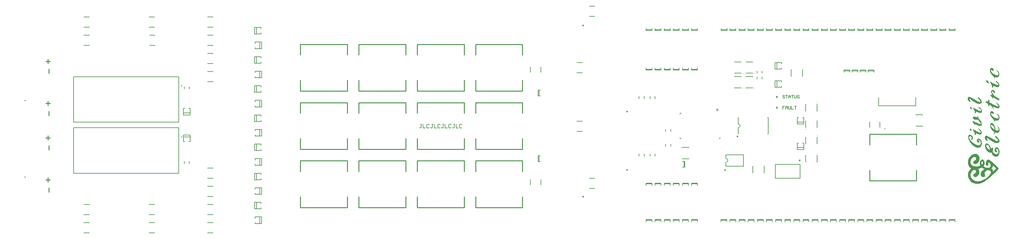
<source format=gto>
G04*
G04 #@! TF.GenerationSoftware,Altium Limited,Altium Designer,18.1.7 (191)*
G04*
G04 Layer_Color=65535*
%FSLAX44Y44*%
%MOMM*%
G71*
G01*
G75*
%ADD10C,0.2000*%
%ADD11C,0.2500*%
%ADD12C,0.1500*%
%ADD13C,0.1270*%
%ADD14C,0.2540*%
%ADD15C,0.1800*%
G36*
X2878910Y1424100D02*
X2879301Y1424003D01*
X2880375Y1423612D01*
X2880961Y1423319D01*
X2881547Y1422831D01*
X2881644Y1422734D01*
X2881937Y1422441D01*
X2882328Y1421953D01*
X2882718Y1421464D01*
X2882816Y1421367D01*
X2883011Y1421074D01*
X2883304Y1420585D01*
X2883694Y1420000D01*
X2883792Y1419902D01*
X2883890Y1419512D01*
X2883987Y1419023D01*
X2884085Y1418438D01*
Y1418340D01*
X2883987Y1417949D01*
X2883792Y1417461D01*
X2883499Y1416973D01*
X2883401Y1416875D01*
X2883011Y1416582D01*
X2882523Y1416387D01*
X2881937Y1416290D01*
X2881742D01*
X2881351Y1416387D01*
X2880863Y1416582D01*
X2880277Y1416778D01*
X2880179Y1416875D01*
X2879886Y1417071D01*
X2879203Y1417656D01*
X2879106Y1417754D01*
X2878910Y1417949D01*
X2878227Y1418535D01*
X2878129Y1418633D01*
X2877934Y1418730D01*
X2877446Y1418926D01*
X2877348D01*
X2877153Y1419023D01*
X2876665Y1419316D01*
Y1419219D01*
X2876567Y1419023D01*
X2876372Y1418438D01*
Y1418340D01*
X2876274Y1418145D01*
Y1417461D01*
X2876372Y1417363D01*
X2876567Y1416778D01*
X2876762Y1415997D01*
X2877153Y1415020D01*
Y1414922D01*
X2877250Y1414825D01*
X2877446Y1414337D01*
X2877836Y1413556D01*
X2878227Y1412677D01*
Y1412579D01*
X2878422Y1412384D01*
X2878617Y1412091D01*
X2878910Y1411603D01*
X2879789Y1410627D01*
X2880863Y1409650D01*
X2880961Y1409552D01*
X2881156Y1409455D01*
X2881449Y1409260D01*
X2881839Y1408967D01*
X2882816Y1408283D01*
X2884085Y1407502D01*
X2884183Y1407404D01*
X2884378Y1407307D01*
X2884768Y1407112D01*
X2885354Y1406819D01*
X2886624Y1406135D01*
X2888088Y1405354D01*
X2888186D01*
X2888479Y1405159D01*
X2888869Y1405061D01*
X2889358Y1404866D01*
X2890041Y1404573D01*
X2890822Y1404378D01*
X2892482Y1403987D01*
X2892580D01*
X2892872D01*
X2893361D01*
X2893947D01*
X2895216Y1404280D01*
X2895899Y1404475D01*
X2896387Y1404866D01*
Y1404964D01*
X2896583Y1405061D01*
X2896680Y1405452D01*
X2896876Y1405842D01*
X2896973Y1406330D01*
X2897071Y1407014D01*
X2896973Y1407795D01*
X2896876Y1408674D01*
Y1408771D01*
X2896778Y1408869D01*
X2896680Y1409552D01*
X2896387Y1410334D01*
X2895997Y1411310D01*
Y1411408D01*
X2895899Y1411505D01*
X2895509Y1412091D01*
X2895020Y1412872D01*
X2894532Y1413751D01*
Y1413849D01*
X2894435Y1413946D01*
X2894044Y1414434D01*
X2893556Y1415118D01*
X2892872Y1415899D01*
Y1415997D01*
X2892677Y1416094D01*
X2892287Y1416582D01*
X2891701Y1417363D01*
X2891017Y1418340D01*
X2891115D01*
X2891212Y1418242D01*
X2891798Y1418047D01*
X2892580Y1417656D01*
X2893654Y1417071D01*
X2894727Y1416290D01*
X2895899Y1415215D01*
X2896973Y1413849D01*
X2897852Y1412286D01*
Y1412189D01*
X2897950Y1412091D01*
X2898242Y1411505D01*
X2898535Y1410529D01*
X2898926Y1409357D01*
X2899219Y1407990D01*
X2899414Y1406526D01*
X2899316Y1404866D01*
X2899024Y1403304D01*
Y1403206D01*
X2898828Y1402913D01*
X2898633Y1402425D01*
X2898340Y1401839D01*
X2897559Y1400472D01*
X2896973Y1399789D01*
X2896387Y1399203D01*
X2896290Y1399105D01*
X2895997Y1399008D01*
X2895606Y1398715D01*
X2895020Y1398519D01*
X2894337Y1398324D01*
X2893458Y1398129D01*
X2892482Y1398031D01*
X2891505D01*
X2891408D01*
X2891310D01*
X2890822Y1398129D01*
X2890139Y1398226D01*
X2889358Y1398422D01*
X2889260D01*
X2889162Y1398519D01*
X2888674Y1398617D01*
X2887893Y1398715D01*
X2887014Y1398910D01*
Y1398715D01*
X2886917Y1398324D01*
X2886819Y1397641D01*
X2886721Y1396860D01*
Y1396664D01*
X2886624Y1396274D01*
X2886526Y1395590D01*
X2886429Y1394907D01*
X2886331D01*
X2886136D01*
X2886038D01*
X2885843D01*
X2885745Y1395102D01*
X2885647Y1395493D01*
X2885452Y1395981D01*
X2885257Y1396567D01*
Y1396762D01*
X2885061Y1397153D01*
X2884964Y1397641D01*
X2884671Y1398324D01*
Y1398422D01*
X2884573Y1398617D01*
X2884378Y1399008D01*
X2884183Y1399398D01*
X2883597Y1400472D01*
X2882718Y1401644D01*
X2882621Y1401741D01*
X2882523Y1401839D01*
X2882230Y1402132D01*
X2881839Y1402523D01*
X2880961Y1403401D01*
X2879984Y1404475D01*
X2879886Y1404573D01*
X2879594Y1404866D01*
X2879203Y1405354D01*
X2878715Y1405940D01*
X2878129Y1406623D01*
X2877446Y1407502D01*
X2876079Y1409357D01*
X2875981Y1409455D01*
X2875786Y1409845D01*
X2875493Y1410334D01*
X2875200Y1411017D01*
X2874810Y1411896D01*
X2874517Y1412775D01*
X2874224Y1413849D01*
X2874028Y1415020D01*
Y1415313D01*
X2873931Y1415606D01*
Y1415899D01*
X2873833Y1416875D01*
Y1418828D01*
X2873931Y1419707D01*
X2874126Y1420683D01*
Y1420781D01*
X2874224Y1421171D01*
X2874419Y1421562D01*
X2874712Y1422148D01*
X2875103Y1422734D01*
X2875688Y1423319D01*
X2876274Y1423808D01*
X2877153Y1424100D01*
X2877250D01*
X2877543Y1424198D01*
X2877934D01*
X2878324D01*
X2878422D01*
X2878617D01*
X2878910Y1424100D01*
D02*
G37*
G36*
X2866803Y1391197D02*
X2866999Y1390806D01*
X2867291Y1390318D01*
X2867682Y1389634D01*
X2868170Y1388853D01*
X2868658Y1387975D01*
X2869732Y1386120D01*
X2869830Y1386022D01*
X2870025Y1385729D01*
X2870221Y1385143D01*
X2870611Y1384557D01*
X2871099Y1383776D01*
X2871588Y1382995D01*
X2872564Y1381140D01*
X2872466D01*
X2872368Y1381042D01*
Y1380945D01*
X2872271Y1380847D01*
X2872173Y1380945D01*
X2871783Y1381335D01*
X2871197Y1381726D01*
X2870513Y1382312D01*
X2870318Y1382409D01*
X2869928Y1382800D01*
X2869342Y1383288D01*
X2868561Y1383874D01*
Y1383776D01*
X2868463Y1383483D01*
X2868268Y1383093D01*
X2868170Y1382605D01*
Y1382507D01*
X2868073Y1382214D01*
X2867975Y1381823D01*
X2867780Y1381238D01*
X2867682Y1381335D01*
X2867487Y1381628D01*
X2867194Y1382116D01*
X2866706Y1382605D01*
X2866217Y1383288D01*
X2865632Y1384069D01*
X2864460Y1385729D01*
X2864362Y1385827D01*
X2864167Y1386120D01*
X2863874Y1386608D01*
X2863484Y1387193D01*
X2862898Y1387877D01*
X2862312Y1388658D01*
X2861042Y1390415D01*
X2861140D01*
X2861238Y1390318D01*
X2861921Y1390123D01*
X2862800Y1389830D01*
X2863679Y1389439D01*
X2863777D01*
X2863874Y1389341D01*
X2864460Y1389146D01*
X2865241Y1388756D01*
X2866120Y1388365D01*
Y1388463D01*
X2866217Y1388853D01*
X2866315Y1389244D01*
X2866413Y1389732D01*
Y1389830D01*
X2866510Y1390123D01*
X2866608Y1390611D01*
X2866706Y1391294D01*
X2866803Y1391197D01*
D02*
G37*
G36*
X2891017Y1388560D02*
X2891115Y1388463D01*
X2891505Y1388268D01*
X2891994Y1387779D01*
X2892677Y1387291D01*
X2893361Y1386705D01*
X2894240Y1385924D01*
X2895899Y1384362D01*
X2895997Y1384264D01*
X2896192Y1383971D01*
X2896583Y1383483D01*
X2897071Y1382800D01*
X2897559Y1382019D01*
X2898145Y1381042D01*
X2898633Y1379968D01*
X2899121Y1378797D01*
Y1378601D01*
X2899219Y1378211D01*
X2899316Y1377723D01*
X2899414Y1377039D01*
Y1376453D01*
X2899316Y1375867D01*
X2899219Y1375184D01*
Y1375086D01*
X2899121Y1374891D01*
X2899024Y1374598D01*
X2898926Y1374110D01*
X2898535Y1373231D01*
X2897852Y1372450D01*
X2897754D01*
X2897657Y1372255D01*
X2897071Y1371962D01*
X2896290Y1371572D01*
X2895216Y1371279D01*
X2895118D01*
X2894923D01*
X2894532Y1371181D01*
X2894044D01*
X2892970Y1371279D01*
X2891798Y1371474D01*
X2891701D01*
X2891505Y1371572D01*
X2891212Y1371669D01*
X2890822Y1371864D01*
X2889846Y1372255D01*
X2888674Y1372743D01*
X2888576D01*
X2888479Y1372841D01*
X2888186Y1373036D01*
X2887795Y1373231D01*
X2886917Y1373622D01*
X2885843Y1374208D01*
X2885745D01*
X2885647Y1374305D01*
X2885354Y1374501D01*
X2884964Y1374696D01*
X2884085Y1375086D01*
X2883011Y1375672D01*
Y1373427D01*
X2882914Y1373036D01*
Y1372938D01*
X2882816Y1372646D01*
X2882718Y1372157D01*
X2882621Y1371669D01*
X2882523Y1371572D01*
X2882425Y1371279D01*
X2882230Y1370888D01*
X2882035Y1370497D01*
X2881937D01*
X2881839Y1370302D01*
X2881254Y1370107D01*
X2881156D01*
X2880961Y1370009D01*
X2880668D01*
X2880375D01*
X2880277D01*
X2880180Y1370107D01*
X2879984Y1370302D01*
X2879789Y1370497D01*
X2879691Y1370595D01*
X2879594Y1370790D01*
X2879496Y1370986D01*
Y1371864D01*
X2879398Y1372548D01*
Y1373329D01*
X2879203Y1374305D01*
X2878910Y1375379D01*
X2878617Y1376453D01*
X2878129Y1377527D01*
X2878032Y1377625D01*
X2877836Y1378015D01*
X2877543Y1378601D01*
X2877153Y1379285D01*
X2876762Y1380164D01*
X2876274Y1381140D01*
X2875103Y1383288D01*
X2875005Y1383386D01*
X2874907Y1383678D01*
X2874614Y1384167D01*
X2874419Y1384655D01*
X2874321Y1384753D01*
X2874224Y1385143D01*
X2874126Y1385729D01*
X2874028Y1386412D01*
X2874126D01*
X2874419Y1386217D01*
X2874810Y1386022D01*
X2875395Y1385827D01*
X2876665Y1385143D01*
X2878227Y1384362D01*
X2878324D01*
X2878617Y1384167D01*
X2879008Y1383971D01*
X2879594Y1383776D01*
X2880863Y1383093D01*
X2882425Y1382312D01*
X2882523Y1382214D01*
X2882816Y1382116D01*
X2883304Y1381823D01*
X2883890Y1381530D01*
X2884573Y1381140D01*
X2885354Y1380749D01*
X2887112Y1379773D01*
X2887209Y1379675D01*
X2887502Y1379578D01*
X2887991Y1379285D01*
X2888674Y1378992D01*
X2889358Y1378601D01*
X2890236Y1378211D01*
X2891994Y1377332D01*
X2892091D01*
X2892384Y1377137D01*
X2892775Y1377039D01*
X2893165Y1376844D01*
X2893263D01*
X2893556Y1376746D01*
X2894044Y1376649D01*
X2894532Y1376551D01*
X2894630D01*
X2894727D01*
X2895313Y1376649D01*
X2895997Y1376844D01*
X2896583Y1377332D01*
X2896680Y1377527D01*
X2896778Y1377918D01*
Y1378601D01*
X2896680Y1378992D01*
X2896485Y1379480D01*
Y1379578D01*
X2896387Y1379675D01*
X2895997Y1380261D01*
X2895411Y1381042D01*
X2894727Y1381823D01*
Y1381921D01*
X2894532Y1382019D01*
X2894142Y1382605D01*
X2893458Y1383288D01*
X2892775Y1384167D01*
X2892677Y1384264D01*
X2892384Y1384655D01*
X2891896Y1385143D01*
X2891408Y1385631D01*
X2891310Y1385729D01*
X2890920Y1386120D01*
X2890432Y1386510D01*
X2889943Y1387096D01*
X2889846Y1387291D01*
X2889748Y1387486D01*
X2889650Y1387779D01*
Y1388072D01*
X2889553Y1388560D01*
X2889650D01*
X2889748D01*
X2890334Y1388658D01*
X2890432D01*
X2890529D01*
X2891017Y1388560D01*
D02*
G37*
G36*
X2881937Y1363565D02*
X2882328Y1363468D01*
X2883499Y1363077D01*
X2884085Y1362686D01*
X2884671Y1362296D01*
X2884768Y1362198D01*
X2884964Y1362101D01*
X2885257Y1361808D01*
X2885550Y1361417D01*
X2886331Y1360441D01*
X2886624Y1359855D01*
X2886917Y1359171D01*
Y1359074D01*
X2887014Y1358879D01*
X2887112Y1358293D01*
Y1357121D01*
X2886917Y1356633D01*
X2886624Y1355949D01*
X2886136Y1355266D01*
X2886038Y1355168D01*
X2885647Y1354875D01*
X2885061Y1354680D01*
X2884280Y1354583D01*
X2884183D01*
X2883792Y1354680D01*
X2883401Y1354973D01*
X2883011Y1355461D01*
X2882914Y1355656D01*
X2882816Y1356047D01*
X2882718Y1356828D01*
Y1357805D01*
X2882816Y1358098D01*
X2882914Y1358781D01*
Y1359074D01*
X2882718Y1359367D01*
X2882328Y1359562D01*
X2882230D01*
X2882035Y1359660D01*
X2881742Y1359757D01*
X2881351D01*
X2881254D01*
X2880961D01*
X2880375Y1359562D01*
X2880277Y1359464D01*
X2879984Y1359367D01*
X2879691Y1359074D01*
X2879496Y1358683D01*
Y1358586D01*
X2879398Y1358293D01*
Y1357902D01*
X2879496Y1357512D01*
Y1357414D01*
X2879691Y1357023D01*
X2879886Y1356535D01*
X2880082Y1355949D01*
Y1355852D01*
X2880277Y1355461D01*
X2880472Y1354973D01*
X2880765Y1354485D01*
X2880863Y1354290D01*
X2881254Y1353704D01*
X2881839Y1352923D01*
X2882718Y1351849D01*
X2883694Y1350579D01*
X2884768Y1349310D01*
X2885940Y1347943D01*
X2887307Y1346576D01*
X2887502Y1346381D01*
X2887991Y1345990D01*
X2888772Y1345307D01*
X2889846Y1344526D01*
X2891115Y1343647D01*
X2892580Y1342671D01*
X2894240Y1341792D01*
X2896094Y1340913D01*
X2896192D01*
X2896485Y1340718D01*
X2896876Y1340523D01*
X2897364Y1340327D01*
X2898340Y1339644D01*
X2898731Y1339253D01*
X2898926Y1338863D01*
X2899024Y1338668D01*
Y1338375D01*
X2899121Y1337984D01*
X2899219Y1337398D01*
Y1335739D01*
X2899121Y1334567D01*
X2899024D01*
X2898926Y1334664D01*
X2898340Y1334957D01*
X2897462Y1335348D01*
X2896290Y1335934D01*
X2894923Y1336617D01*
X2893458Y1337398D01*
X2891798Y1338277D01*
X2890139Y1339156D01*
X2890041D01*
X2889943Y1339253D01*
X2889358Y1339546D01*
X2888479Y1340034D01*
X2887307Y1340718D01*
X2885940Y1341499D01*
X2884378Y1342378D01*
X2882718Y1343257D01*
X2880961Y1344331D01*
Y1344233D01*
X2881058Y1344038D01*
Y1343647D01*
X2881156Y1343257D01*
X2881449Y1342182D01*
X2881742Y1341109D01*
Y1340913D01*
X2881839Y1340620D01*
X2881937Y1340230D01*
X2882132Y1339351D01*
X2882425Y1338277D01*
X2882328D01*
X2882230D01*
X2882132D01*
X2882035Y1338179D01*
X2881937Y1338277D01*
X2881742Y1338570D01*
X2881644Y1338668D01*
X2881449Y1339058D01*
X2881351Y1339156D01*
X2881254Y1339449D01*
X2881058Y1339937D01*
X2880668Y1340523D01*
X2880375Y1341206D01*
X2879984Y1341987D01*
X2879106Y1343647D01*
X2879008Y1343745D01*
X2878910Y1344038D01*
X2878617Y1344526D01*
X2878227Y1345014D01*
X2877153Y1346381D01*
X2875786Y1347845D01*
X2875688Y1347943D01*
X2875395Y1348236D01*
X2875298Y1348334D01*
X2875200Y1348724D01*
Y1349798D01*
X2875298Y1349993D01*
X2875395Y1350189D01*
X2875591Y1350287D01*
X2875786Y1350384D01*
X2876079Y1350482D01*
X2876176D01*
X2876372D01*
X2876860D01*
X2877055Y1350384D01*
X2877446Y1350287D01*
X2877934Y1349993D01*
X2878617Y1349701D01*
X2878715Y1349603D01*
X2879106Y1349505D01*
X2879691Y1349212D01*
X2880375Y1348920D01*
Y1349017D01*
X2880277Y1349310D01*
X2880082Y1349701D01*
X2879886Y1350189D01*
X2879301Y1351458D01*
X2878715Y1352825D01*
Y1352923D01*
X2878617Y1353118D01*
X2878422Y1353508D01*
X2878227Y1354094D01*
X2877739Y1355364D01*
X2877250Y1356828D01*
Y1357023D01*
X2877153Y1357414D01*
X2877055Y1358000D01*
Y1359855D01*
X2877153Y1360538D01*
Y1360636D01*
X2877250Y1360831D01*
X2877446Y1361515D01*
X2877836Y1362296D01*
X2878520Y1362979D01*
X2878715Y1363077D01*
X2879301Y1363370D01*
X2880082Y1363565D01*
X2881254Y1363663D01*
X2881351D01*
X2881547D01*
X2881937Y1363565D01*
D02*
G37*
G36*
X2870904Y1337203D02*
X2871392Y1337008D01*
X2871685Y1336617D01*
Y1336520D01*
X2871783Y1336227D01*
X2871880Y1335836D01*
X2871978Y1335250D01*
Y1334079D01*
X2872076Y1333395D01*
Y1332321D01*
X2871978Y1331638D01*
Y1330954D01*
X2872076Y1330368D01*
X2872368Y1329685D01*
X2872466Y1329587D01*
X2872759Y1329294D01*
X2873247Y1328904D01*
X2873931Y1328513D01*
X2874028D01*
X2874224Y1328318D01*
X2874614Y1328220D01*
X2875103Y1327927D01*
X2876372Y1327342D01*
X2877836Y1326561D01*
X2877934D01*
X2878129Y1326365D01*
X2878520Y1326170D01*
X2879008Y1325975D01*
X2880180Y1325291D01*
X2881644Y1324510D01*
X2881742Y1324413D01*
X2882035Y1324315D01*
X2882523Y1324022D01*
X2883206Y1323729D01*
X2883890Y1323338D01*
X2884768Y1322948D01*
X2886526Y1321971D01*
X2886624Y1321874D01*
X2886917Y1321776D01*
X2887405Y1321483D01*
X2888088Y1321190D01*
X2888772Y1320800D01*
X2889650Y1320409D01*
X2891505Y1319531D01*
X2891701Y1319433D01*
X2892091Y1319238D01*
X2892580Y1319042D01*
X2893263Y1318750D01*
X2893458Y1318652D01*
X2893849Y1318554D01*
X2894337Y1318359D01*
X2895020Y1318261D01*
X2895118D01*
X2895216D01*
X2895802D01*
X2896387Y1318457D01*
X2896680Y1318652D01*
X2896876Y1318945D01*
X2896973Y1319140D01*
X2897071Y1319531D01*
Y1320214D01*
X2896973Y1320605D01*
X2896778Y1320995D01*
X2896680Y1321190D01*
X2896485Y1321581D01*
X2896192Y1322167D01*
X2895704Y1322753D01*
X2895606Y1322948D01*
X2895216Y1323338D01*
X2894825Y1323827D01*
X2894240Y1324413D01*
X2894044Y1324608D01*
X2893556Y1324998D01*
X2892872Y1325682D01*
X2892091Y1326463D01*
X2891994D01*
X2891896Y1326658D01*
X2891408Y1327049D01*
X2890724Y1327634D01*
X2889943Y1328318D01*
Y1328416D01*
X2890041Y1328513D01*
X2890139Y1328611D01*
X2890236Y1328806D01*
X2890334D01*
X2890432Y1328708D01*
X2891017Y1328611D01*
X2891115D01*
X2891212Y1328513D01*
X2891798Y1328318D01*
X2891896D01*
X2892091Y1328123D01*
X2892482Y1327927D01*
X2892970Y1327732D01*
X2894044Y1327049D01*
X2895313Y1326170D01*
X2895411Y1326072D01*
X2895606Y1325975D01*
X2895802Y1325682D01*
X2896192Y1325291D01*
X2897169Y1324413D01*
X2898145Y1323241D01*
Y1323143D01*
X2898340Y1323046D01*
X2898633Y1322460D01*
X2899121Y1321679D01*
X2899512Y1320702D01*
Y1320605D01*
X2899609Y1320507D01*
X2899707Y1319823D01*
X2899902Y1318945D01*
X2900000Y1317968D01*
Y1317285D01*
X2899902Y1316992D01*
Y1316602D01*
X2899512Y1315723D01*
X2899316Y1315235D01*
X2898926Y1314746D01*
X2898828Y1314649D01*
X2898731Y1314551D01*
X2898438Y1314356D01*
X2898047Y1314063D01*
X2897071Y1313672D01*
X2896485Y1313477D01*
X2895899D01*
X2895802D01*
X2895704D01*
X2895020D01*
X2894142Y1313575D01*
X2893165Y1313672D01*
X2893068D01*
X2892970D01*
X2892384Y1313868D01*
X2891603Y1314063D01*
X2890627Y1314356D01*
X2890529D01*
X2890236Y1314453D01*
X2889846Y1314649D01*
X2889260Y1314844D01*
X2887991Y1315332D01*
X2886429Y1315918D01*
X2886331D01*
X2886038Y1316113D01*
X2885647Y1316309D01*
X2885159Y1316504D01*
X2884573Y1316797D01*
X2883792Y1317187D01*
X2882230Y1317871D01*
Y1317773D01*
X2882328Y1317480D01*
X2882425Y1317090D01*
X2882523Y1316602D01*
X2882914Y1315430D01*
X2883206Y1314063D01*
Y1313965D01*
X2883304Y1313770D01*
X2883401Y1313379D01*
X2883499Y1312891D01*
X2883792Y1311720D01*
X2884085Y1310450D01*
X2883987Y1310353D01*
X2883890Y1310255D01*
X2883792D01*
X2883597Y1310157D01*
Y1310255D01*
X2883499Y1310353D01*
X2883206Y1310939D01*
X2882816Y1311720D01*
X2882425Y1312696D01*
Y1312794D01*
X2882328Y1312891D01*
X2882035Y1313575D01*
X2881644Y1314356D01*
X2881156Y1315235D01*
Y1315332D01*
X2881058Y1315430D01*
X2880668Y1316016D01*
X2880082Y1316699D01*
X2879496Y1317578D01*
Y1317675D01*
X2879301Y1317773D01*
X2878910Y1318359D01*
X2878324Y1319140D01*
X2877543Y1319921D01*
X2877348Y1320116D01*
X2876860Y1320507D01*
X2876176Y1321093D01*
X2875200Y1321776D01*
X2875103D01*
X2875005Y1321971D01*
X2874321Y1322362D01*
X2873443Y1323046D01*
X2872368Y1323924D01*
Y1323729D01*
X2872271Y1323143D01*
Y1321386D01*
X2872173Y1320995D01*
Y1320507D01*
X2872076Y1319823D01*
Y1319726D01*
X2871978Y1319628D01*
X2871783Y1319042D01*
Y1318945D01*
X2871685Y1318847D01*
X2871392Y1318359D01*
X2871295D01*
X2871099Y1318457D01*
X2870416Y1318847D01*
X2870318D01*
X2870123Y1319042D01*
X2869830Y1319140D01*
X2869732Y1319433D01*
X2869635Y1319628D01*
X2869537Y1320019D01*
X2869342Y1320605D01*
X2869146Y1321288D01*
Y1321483D01*
X2869049Y1321874D01*
Y1323338D01*
X2868951Y1323827D01*
X2868853Y1324510D01*
X2868658Y1325096D01*
X2868561Y1325194D01*
X2868268Y1325486D01*
X2867780Y1325877D01*
X2867096Y1326365D01*
X2866901Y1326463D01*
X2866510Y1326658D01*
X2866022Y1326951D01*
X2865339Y1327439D01*
X2865241Y1327537D01*
X2864850Y1327732D01*
X2864362Y1328123D01*
X2863777Y1328611D01*
X2863679Y1328708D01*
X2863581Y1328806D01*
X2863093Y1329392D01*
X2862995Y1329490D01*
X2862898Y1329685D01*
X2862702Y1329978D01*
X2862605Y1330368D01*
Y1330466D01*
X2862507Y1330564D01*
Y1331052D01*
X2862605Y1331735D01*
X2862702Y1332028D01*
X2862898Y1332321D01*
X2862995Y1332419D01*
X2863386Y1332712D01*
X2864070Y1332907D01*
X2864948D01*
X2865046D01*
X2865241Y1332809D01*
X2865827Y1332614D01*
X2865924D01*
X2866120Y1332516D01*
X2866706Y1332224D01*
X2866803D01*
X2866901Y1332126D01*
X2867487Y1331931D01*
X2867584D01*
X2867780Y1331833D01*
X2868073Y1331638D01*
X2868561Y1331442D01*
Y1331638D01*
X2868658Y1332126D01*
Y1332809D01*
X2868756Y1333493D01*
Y1333688D01*
X2868853Y1334079D01*
Y1334664D01*
X2868951Y1335348D01*
Y1335446D01*
X2869049Y1335739D01*
X2869146Y1336129D01*
X2869244Y1336617D01*
X2869342Y1336715D01*
X2869537Y1336910D01*
X2869830Y1337203D01*
X2870416Y1337301D01*
X2870611D01*
X2870904Y1337203D01*
D02*
G37*
G36*
X2817106Y1344526D02*
X2817203D01*
X2817301D01*
X2817984Y1344331D01*
X2818863Y1344135D01*
X2819839Y1343745D01*
X2819937D01*
X2820035Y1343647D01*
X2820621Y1343452D01*
X2821402Y1343061D01*
X2822281Y1342573D01*
X2822476Y1342475D01*
X2823062Y1342182D01*
X2823940Y1341694D01*
X2825112Y1341011D01*
X2826479Y1340230D01*
X2827943Y1339449D01*
X2829603Y1338472D01*
X2831263Y1337496D01*
X2831458Y1337398D01*
X2832044Y1337008D01*
X2832923Y1336520D01*
X2833997Y1335836D01*
X2835364Y1335055D01*
X2836829Y1334176D01*
X2838488Y1333297D01*
X2840148Y1332321D01*
X2840343Y1332224D01*
X2840734Y1332028D01*
X2841418Y1331638D01*
X2842296Y1331345D01*
X2842394D01*
X2842491Y1331247D01*
X2842980Y1331149D01*
X2843761Y1330954D01*
X2844640Y1330759D01*
X2844737D01*
X2844932D01*
X2845518Y1330661D01*
X2846299Y1330759D01*
X2846592Y1330954D01*
X2846885Y1331247D01*
X2846983Y1331442D01*
X2847080Y1331833D01*
X2847178Y1332614D01*
X2847080Y1333005D01*
X2846983Y1333590D01*
Y1333688D01*
X2846885Y1333883D01*
X2846787Y1334176D01*
X2846592Y1334469D01*
X2846202Y1335348D01*
X2845518Y1336227D01*
X2845421Y1336324D01*
X2845323Y1336422D01*
X2844835Y1336910D01*
X2844151Y1337691D01*
X2843272Y1338472D01*
X2843175Y1338570D01*
X2842784Y1338863D01*
X2842296Y1339253D01*
X2841808Y1339742D01*
X2841710Y1339839D01*
X2841418Y1340132D01*
X2841027Y1340523D01*
X2840636Y1341109D01*
Y1341206D01*
X2840539Y1341401D01*
X2840441Y1341694D01*
Y1342573D01*
X2840539Y1342964D01*
X2840734Y1343159D01*
X2840832Y1343257D01*
X2840929Y1343354D01*
X2841320Y1343452D01*
X2841808D01*
X2841906D01*
X2842198D01*
X2842589Y1343354D01*
X2842882Y1343159D01*
X2842980Y1343061D01*
X2843272Y1342768D01*
X2843761Y1342378D01*
X2844347Y1341890D01*
X2845030Y1341206D01*
X2845714Y1340523D01*
X2847276Y1338961D01*
X2847373Y1338863D01*
X2847666Y1338570D01*
X2848057Y1338082D01*
X2848545Y1337496D01*
X2849033Y1336715D01*
X2849619Y1335836D01*
X2850205Y1334860D01*
X2850791Y1333786D01*
X2850888Y1333688D01*
X2850986Y1333297D01*
X2851181Y1332712D01*
X2851279Y1331931D01*
X2851377Y1331052D01*
X2851279Y1330173D01*
X2851084Y1329197D01*
X2850595Y1328220D01*
X2850498Y1328123D01*
X2850302Y1327830D01*
X2849912Y1327439D01*
X2849424Y1327049D01*
X2848740Y1326561D01*
X2847959Y1326072D01*
X2847080Y1325682D01*
X2846104Y1325486D01*
X2846006D01*
X2845811D01*
X2845323Y1325389D01*
X2845225D01*
X2845030D01*
X2844640D01*
X2844249Y1325291D01*
X2844151D01*
X2843858Y1325389D01*
X2843370D01*
X2842784Y1325486D01*
X2842003Y1325682D01*
X2841222Y1325877D01*
X2839465Y1326268D01*
X2839367D01*
X2839074Y1326365D01*
X2838586Y1326561D01*
X2838000Y1326756D01*
X2837317Y1327049D01*
X2836536Y1327342D01*
X2834876Y1328025D01*
X2834778Y1328123D01*
X2834485Y1328220D01*
X2833997Y1328513D01*
X2833411Y1328904D01*
X2832728Y1329392D01*
X2831947Y1329880D01*
X2830287Y1330954D01*
X2830189Y1331052D01*
X2829896Y1331247D01*
X2829408Y1331540D01*
X2828822Y1331931D01*
X2828139Y1332419D01*
X2827357Y1332907D01*
X2825698Y1334079D01*
X2825600D01*
X2825503Y1334274D01*
X2824917Y1334664D01*
X2824136Y1335250D01*
X2823354Y1335934D01*
X2823257D01*
X2823159Y1336129D01*
X2822671Y1336520D01*
X2821890Y1337105D01*
X2821109Y1337789D01*
X2821011Y1337887D01*
X2820816Y1337984D01*
X2820328Y1338375D01*
X2820230D01*
X2820035Y1338472D01*
X2819449Y1338765D01*
X2819351D01*
X2818961Y1338863D01*
X2818570Y1338765D01*
X2818082Y1338570D01*
X2817984Y1338472D01*
X2817887Y1338277D01*
X2817789Y1337887D01*
X2817887Y1337301D01*
X2817984Y1337203D01*
X2818082Y1336812D01*
X2818375Y1336324D01*
X2818668Y1335836D01*
X2818766Y1335739D01*
X2818961Y1335348D01*
X2819254Y1334860D01*
X2819644Y1334371D01*
X2819742Y1334274D01*
X2819937Y1333981D01*
X2820328Y1333590D01*
X2820816Y1333102D01*
X2820913Y1333005D01*
X2821011Y1332712D01*
Y1332028D01*
X2820816Y1331735D01*
X2820718Y1331638D01*
X2820328Y1331345D01*
X2819839Y1331149D01*
X2819254D01*
X2819059D01*
X2818668Y1331345D01*
X2818180Y1331442D01*
X2817496Y1331735D01*
X2817399Y1331833D01*
X2817106Y1332028D01*
X2816617Y1332321D01*
X2816129Y1332712D01*
X2815446Y1333297D01*
X2814860Y1334079D01*
X2814274Y1334957D01*
X2813688Y1336031D01*
Y1336129D01*
X2813493Y1336422D01*
X2813395Y1336812D01*
X2813200Y1337301D01*
X2812907Y1338570D01*
X2812712Y1339937D01*
Y1340425D01*
X2812809Y1341011D01*
X2813005Y1341597D01*
Y1341694D01*
X2813102Y1341890D01*
X2813298Y1342573D01*
X2813786Y1343354D01*
X2814470Y1344038D01*
X2814665Y1344135D01*
X2815153Y1344428D01*
X2816032Y1344624D01*
X2816520D01*
X2817106Y1344526D01*
D02*
G37*
G36*
X2821890Y1316797D02*
X2821988Y1316699D01*
Y1316602D01*
X2822183Y1316504D01*
X2822574Y1315918D01*
X2823062Y1315137D01*
X2823745Y1314160D01*
Y1314063D01*
X2823843Y1313965D01*
X2824038Y1313672D01*
X2824136Y1313282D01*
X2824526Y1312305D01*
X2824917Y1311134D01*
X2824819D01*
X2824624D01*
X2824233Y1311036D01*
X2823745D01*
X2822671Y1311134D01*
X2822085Y1311329D01*
X2821499Y1311524D01*
X2821402D01*
X2821206Y1311622D01*
X2820621Y1312110D01*
X2819937Y1312794D01*
X2819644Y1313282D01*
X2819449Y1313868D01*
Y1313965D01*
X2819351Y1314356D01*
X2819449Y1314844D01*
X2819547Y1315527D01*
X2819644Y1315723D01*
X2819839Y1316016D01*
X2820132Y1316406D01*
X2820621Y1316797D01*
X2820718D01*
X2820816Y1316894D01*
X2821402D01*
X2821499D01*
X2821695D01*
X2821890Y1316797D01*
D02*
G37*
G36*
X2843663Y1317090D02*
X2844347Y1316602D01*
X2844444Y1316504D01*
X2844737Y1316309D01*
X2845128Y1316016D01*
X2845616Y1315625D01*
X2846787Y1314649D01*
X2848057Y1313379D01*
X2848154Y1313282D01*
X2848350Y1313087D01*
X2848643Y1312696D01*
X2849033Y1312208D01*
X2849521Y1311524D01*
X2850009Y1310841D01*
X2850986Y1309279D01*
Y1309181D01*
X2851181Y1308888D01*
X2851279Y1308498D01*
X2851474Y1308107D01*
Y1308009D01*
X2851572Y1307717D01*
X2851669Y1307326D01*
X2851767Y1306935D01*
Y1304983D01*
X2851572Y1304104D01*
X2851279Y1303225D01*
X2850888Y1302444D01*
X2850205Y1301663D01*
X2850107Y1301565D01*
X2849814Y1301370D01*
X2849424Y1301077D01*
X2848740Y1300784D01*
X2847959Y1300589D01*
X2847080Y1300394D01*
X2846006Y1300491D01*
X2844835Y1300687D01*
X2844737D01*
X2844640Y1300784D01*
X2843956Y1300979D01*
X2843077Y1301272D01*
X2842101Y1301761D01*
X2842003D01*
X2841906Y1301858D01*
X2841222Y1302151D01*
X2840343Y1302542D01*
X2839367Y1303030D01*
X2839269Y1303127D01*
X2838879Y1303225D01*
X2838293Y1303518D01*
X2837707Y1303811D01*
X2837512Y1303909D01*
X2837121Y1304104D01*
X2836536Y1304397D01*
X2835754Y1304690D01*
Y1303518D01*
X2835852Y1302932D01*
Y1301956D01*
X2835754Y1301468D01*
Y1301370D01*
X2835559Y1301077D01*
X2835168Y1300394D01*
X2835071Y1300296D01*
X2834876Y1300101D01*
X2834290Y1299417D01*
X2834192D01*
X2833997Y1299320D01*
X2833704Y1299222D01*
X2833314Y1299320D01*
X2833216D01*
X2833021Y1299515D01*
X2832825Y1299808D01*
X2832728Y1300296D01*
Y1300979D01*
X2832630Y1301663D01*
X2832532Y1302639D01*
X2832239Y1303811D01*
X2831947Y1304983D01*
X2831458Y1306252D01*
X2830872Y1307521D01*
X2830775Y1307717D01*
X2830580Y1308107D01*
X2830189Y1308693D01*
X2829701Y1309572D01*
X2829115Y1310548D01*
X2828529Y1311720D01*
X2827260Y1314160D01*
Y1314258D01*
X2827162Y1314356D01*
X2827065Y1314746D01*
X2826967Y1314942D01*
X2826772Y1315137D01*
X2826674Y1315527D01*
X2826772Y1315430D01*
X2827065Y1315332D01*
X2827553Y1315137D01*
X2828139Y1314844D01*
X2828822Y1314453D01*
X2829506Y1314063D01*
X2831165Y1313282D01*
X2831263D01*
X2831556Y1313087D01*
X2831947Y1312891D01*
X2832435Y1312598D01*
X2833802Y1311915D01*
X2835266Y1311134D01*
X2835364D01*
X2835559Y1310939D01*
X2835950Y1310841D01*
X2836340Y1310548D01*
X2837512Y1309962D01*
X2838781Y1309279D01*
X2838879D01*
X2839074Y1309083D01*
X2839465Y1308888D01*
X2839855Y1308693D01*
X2841027Y1308107D01*
X2842296Y1307424D01*
X2842394Y1307326D01*
X2842687Y1307228D01*
X2843175Y1306935D01*
X2843761Y1306740D01*
X2843858Y1306642D01*
X2844151Y1306545D01*
X2844640Y1306252D01*
X2845225Y1306057D01*
X2845323D01*
X2845421Y1305959D01*
X2846006Y1305764D01*
X2846690Y1305568D01*
X2847471D01*
X2847666D01*
X2847959Y1305666D01*
X2848447Y1305861D01*
X2848838Y1306252D01*
Y1306349D01*
X2848936Y1306447D01*
X2849131Y1306935D01*
X2849229Y1307521D01*
X2849131Y1307814D01*
X2849033Y1308107D01*
X2848936Y1308302D01*
X2848740Y1308595D01*
X2848447Y1309181D01*
X2848057Y1309669D01*
X2847959Y1309767D01*
X2847862Y1309865D01*
X2847373Y1310548D01*
X2846592Y1311329D01*
X2845811Y1312305D01*
X2845714Y1312403D01*
X2845616Y1312501D01*
X2845030Y1313087D01*
X2844249Y1313965D01*
X2843370Y1314942D01*
X2843272Y1315039D01*
X2843077Y1315235D01*
X2842589Y1315820D01*
X2842491Y1315918D01*
X2842394Y1316113D01*
X2841808Y1316797D01*
X2842003Y1316894D01*
X2842394Y1317090D01*
X2842882Y1317187D01*
X2843370D01*
X2843468D01*
X2843663Y1317090D01*
D02*
G37*
G36*
X2879496Y1305471D02*
X2880082Y1305276D01*
X2880668Y1305080D01*
X2881351Y1304690D01*
X2881449Y1304592D01*
X2881644Y1304494D01*
X2881937Y1304202D01*
X2882328Y1303811D01*
X2883206Y1302835D01*
X2884085Y1301468D01*
Y1301370D01*
X2884183Y1300979D01*
X2884280Y1300784D01*
X2884378Y1300491D01*
Y1299710D01*
X2884280Y1299027D01*
X2883987Y1298343D01*
X2883890Y1298246D01*
X2883499Y1297953D01*
X2882914Y1297855D01*
X2882523Y1297757D01*
X2882035Y1297855D01*
X2881839Y1297953D01*
X2881449Y1298050D01*
X2880961Y1298343D01*
X2880375Y1298734D01*
X2880277Y1298831D01*
X2879886Y1299124D01*
X2879398Y1299417D01*
X2878813Y1299808D01*
X2878715D01*
X2878520Y1299906D01*
X2877934Y1300296D01*
X2877836D01*
X2877641Y1300394D01*
X2877055Y1300784D01*
Y1300687D01*
X2876957Y1300394D01*
Y1300003D01*
X2876860Y1299612D01*
Y1299515D01*
X2876762Y1299320D01*
Y1298441D01*
X2876860Y1298246D01*
Y1297855D01*
X2876957Y1297464D01*
X2877348Y1296391D01*
X2877836Y1295219D01*
Y1295121D01*
X2877934Y1294926D01*
X2878129Y1294633D01*
X2878422Y1294243D01*
X2879008Y1293364D01*
X2879886Y1292387D01*
X2879984Y1292290D01*
X2880375Y1291997D01*
X2880961Y1291509D01*
X2881644Y1290825D01*
X2882523Y1290142D01*
X2883597Y1289458D01*
X2884671Y1288677D01*
X2885843Y1287994D01*
X2885940Y1287896D01*
X2886429Y1287701D01*
X2887014Y1287408D01*
X2887893Y1287115D01*
X2888967Y1286627D01*
X2890139Y1286236D01*
X2891505Y1285846D01*
X2892872Y1285553D01*
X2892970D01*
X2893361Y1285455D01*
X2893849D01*
X2894435Y1285553D01*
X2894532D01*
X2894923Y1285650D01*
X2895411Y1285748D01*
X2895997Y1285943D01*
X2896094Y1286041D01*
X2896387Y1286236D01*
X2896778Y1286529D01*
X2897169Y1287017D01*
X2897266Y1287115D01*
X2897364Y1287505D01*
X2897462Y1287994D01*
Y1288872D01*
X2897364Y1289263D01*
X2897169Y1289946D01*
X2897071Y1290630D01*
Y1290728D01*
X2896876Y1291118D01*
X2896778Y1291606D01*
X2896485Y1292192D01*
Y1292290D01*
X2896290Y1292485D01*
X2896094Y1292876D01*
X2895802Y1293364D01*
X2895118Y1294535D01*
X2894240Y1295902D01*
X2894142Y1296000D01*
X2894044Y1296195D01*
X2893751Y1296586D01*
X2893458Y1297074D01*
X2892677Y1298246D01*
X2891701Y1299612D01*
X2891896Y1299515D01*
X2892384Y1299320D01*
X2893165Y1299027D01*
X2894044Y1298441D01*
X2895118Y1297660D01*
X2896192Y1296683D01*
X2897266Y1295414D01*
X2898145Y1293852D01*
X2898242Y1293657D01*
X2898535Y1293071D01*
X2898926Y1292192D01*
X2899219Y1291118D01*
X2899609Y1289751D01*
X2899707Y1288189D01*
Y1286529D01*
X2899414Y1284772D01*
Y1284674D01*
X2899316Y1284381D01*
X2899121Y1283893D01*
X2898828Y1283307D01*
X2898535Y1282721D01*
X2898047Y1282038D01*
X2897559Y1281354D01*
X2896876Y1280768D01*
X2896778Y1280671D01*
X2896583Y1280573D01*
X2896192Y1280280D01*
X2895802Y1280085D01*
X2895118Y1279792D01*
X2894435Y1279597D01*
X2893654Y1279402D01*
X2892677D01*
X2892580D01*
X2892482D01*
X2891896Y1279499D01*
X2891115Y1279597D01*
X2890139Y1279695D01*
X2890041D01*
X2889943Y1279792D01*
X2889260Y1279890D01*
X2888381Y1279987D01*
X2887405Y1280183D01*
Y1279987D01*
X2887307Y1279597D01*
X2887209Y1279011D01*
X2887112Y1278327D01*
Y1278132D01*
X2887014Y1277742D01*
X2886917Y1277058D01*
X2886819Y1276180D01*
X2886721D01*
X2886624Y1276277D01*
X2886429Y1276375D01*
X2886331Y1276472D01*
X2886233Y1276570D01*
X2886136Y1276668D01*
Y1276765D01*
X2886038Y1277156D01*
X2885843Y1277644D01*
X2885550Y1278327D01*
X2885257Y1279109D01*
X2884866Y1279987D01*
X2883890Y1281745D01*
X2883792Y1281842D01*
X2883597Y1282135D01*
X2883206Y1282526D01*
X2882816Y1283112D01*
X2881644Y1284479D01*
X2880180Y1286041D01*
X2880082Y1286139D01*
X2879691Y1286529D01*
X2879203Y1287115D01*
X2878617Y1287798D01*
X2877934Y1288677D01*
X2877250Y1289653D01*
X2875786Y1291899D01*
X2875688Y1292094D01*
X2875493Y1292485D01*
X2875298Y1293168D01*
X2874907Y1294047D01*
X2874614Y1295121D01*
X2874419Y1296391D01*
X2874224Y1297757D01*
X2874126Y1299222D01*
Y1300198D01*
X2874224Y1300784D01*
X2874517Y1302151D01*
X2874712Y1302835D01*
X2875005Y1303420D01*
Y1303518D01*
X2875200Y1303713D01*
X2875688Y1304299D01*
X2876665Y1304983D01*
X2877250Y1305276D01*
X2877934Y1305471D01*
X2878032D01*
X2878227D01*
X2878520Y1305568D01*
X2879008D01*
X2879496Y1305471D01*
D02*
G37*
G36*
X2839465Y1293168D02*
X2839660Y1293071D01*
X2840246Y1292485D01*
X2840929Y1291704D01*
X2841613Y1290630D01*
Y1290532D01*
X2841710Y1290337D01*
X2841808Y1290044D01*
X2841906Y1289653D01*
X2842003Y1288677D01*
Y1288091D01*
X2841906Y1287408D01*
Y1287213D01*
X2841808Y1286822D01*
X2841906Y1286236D01*
X2842003Y1285650D01*
X2842101Y1285553D01*
X2842198Y1285260D01*
X2842491Y1284869D01*
X2842980Y1284381D01*
X2843077D01*
X2843175Y1284186D01*
X2843761Y1283698D01*
X2844542Y1283014D01*
X2845421Y1282233D01*
X2845518Y1282135D01*
X2845616Y1282038D01*
X2846202Y1281550D01*
X2846885Y1280768D01*
X2847569Y1279890D01*
X2847666Y1279792D01*
X2847959Y1279499D01*
X2848350Y1278913D01*
X2848838Y1278327D01*
X2849326Y1277449D01*
X2849814Y1276570D01*
X2850302Y1275496D01*
X2850693Y1274422D01*
Y1274324D01*
X2850791Y1273934D01*
X2850986Y1273348D01*
X2851084Y1272567D01*
X2851181Y1271590D01*
Y1270517D01*
X2851084Y1269345D01*
X2850888Y1268076D01*
Y1267978D01*
X2850791Y1267783D01*
X2850595Y1267099D01*
X2850205Y1266318D01*
X2849912Y1266025D01*
X2849619Y1265732D01*
X2849424Y1265635D01*
X2848936Y1265342D01*
X2848057Y1265049D01*
X2846885Y1264854D01*
X2846787D01*
X2846690D01*
X2846006Y1264756D01*
X2845128Y1264854D01*
X2844151Y1264951D01*
X2844054D01*
X2843956Y1265049D01*
X2843272Y1265244D01*
X2842491Y1265537D01*
X2841515Y1265928D01*
X2841418D01*
X2841222Y1266025D01*
X2840832Y1266220D01*
X2840441Y1266416D01*
X2839367Y1267002D01*
X2838098Y1267587D01*
X2838000D01*
X2837805Y1267685D01*
X2837512Y1267880D01*
X2837024Y1268076D01*
X2835950Y1268661D01*
X2834680Y1269247D01*
X2834583Y1269345D01*
X2834388Y1269443D01*
X2833802Y1269735D01*
X2833704Y1269833D01*
X2833509Y1269931D01*
X2833118Y1270126D01*
X2832630Y1270321D01*
Y1269735D01*
X2832728Y1269150D01*
Y1268466D01*
X2832825Y1268076D01*
Y1267587D01*
X2832923Y1267099D01*
X2832825D01*
X2832728D01*
X2832435D01*
X2832337D01*
X2832239D01*
X2832142Y1267197D01*
X2831947Y1267490D01*
X2831654Y1267880D01*
X2831361Y1268369D01*
X2830385Y1269735D01*
X2829408Y1271200D01*
X2829310Y1271298D01*
X2829115Y1271590D01*
X2828822Y1271981D01*
X2828529Y1272567D01*
X2827553Y1273836D01*
X2826577Y1275398D01*
Y1275496D01*
X2826479Y1275691D01*
X2826381Y1275984D01*
Y1276765D01*
X2826479Y1277058D01*
X2826674Y1277351D01*
Y1277449D01*
X2826870Y1277546D01*
X2827162Y1277644D01*
X2827553Y1277742D01*
X2827650D01*
X2827846D01*
X2828529D01*
X2828627D01*
X2828920Y1277546D01*
X2829506Y1277351D01*
X2830092Y1277058D01*
X2830872Y1276765D01*
X2831751Y1276375D01*
X2833606Y1275496D01*
X2833704Y1275398D01*
X2833997Y1275301D01*
X2834485Y1275106D01*
X2835168Y1274813D01*
X2835852Y1274422D01*
X2836731Y1274032D01*
X2838586Y1273153D01*
X2838683D01*
X2838879Y1273055D01*
X2839172Y1272860D01*
X2839660Y1272665D01*
X2840734Y1272176D01*
X2842003Y1271688D01*
X2842101D01*
X2842296Y1271590D01*
X2842589Y1271395D01*
X2843077Y1271298D01*
X2844054Y1270809D01*
X2845323Y1270321D01*
X2845421D01*
X2845616Y1270224D01*
X2846299Y1270126D01*
X2846397D01*
X2846592D01*
X2847080Y1270028D01*
X2847276D01*
X2847666D01*
X2848154Y1270224D01*
X2848545Y1270614D01*
X2848643Y1270712D01*
X2848740Y1271005D01*
X2848838Y1271493D01*
X2848740Y1272079D01*
X2848643Y1272176D01*
Y1272274D01*
X2848545Y1272372D01*
X2848447Y1272469D01*
X2848252Y1272860D01*
X2847862Y1273348D01*
X2847373Y1273934D01*
X2846885Y1274715D01*
X2846202Y1275594D01*
X2844835Y1277449D01*
X2844737Y1277546D01*
X2844444Y1277839D01*
X2844054Y1278327D01*
X2843565Y1278913D01*
X2842882Y1279597D01*
X2842101Y1280378D01*
X2840343Y1281842D01*
X2840246Y1281940D01*
X2839855Y1282135D01*
X2839367Y1282331D01*
X2838879Y1282428D01*
X2838781D01*
X2838391D01*
X2837805Y1282331D01*
X2837219Y1282233D01*
X2837121D01*
X2836731Y1282135D01*
X2836243Y1282038D01*
X2835559Y1281940D01*
X2834778D01*
X2833899D01*
X2833021D01*
X2832142Y1282135D01*
X2832044D01*
X2831751Y1282233D01*
X2831263Y1282428D01*
X2830677Y1282721D01*
X2829994Y1283112D01*
X2829310Y1283698D01*
X2828529Y1284381D01*
X2827846Y1285162D01*
X2827748Y1285260D01*
X2827455Y1285650D01*
X2827162Y1286139D01*
X2826870Y1286724D01*
X2826772Y1286920D01*
X2826674Y1287310D01*
Y1287896D01*
X2826870Y1288580D01*
Y1288677D01*
X2826967Y1288775D01*
X2827260Y1289165D01*
X2827748Y1289653D01*
X2828334Y1290044D01*
X2828529D01*
X2828920Y1290142D01*
X2829603Y1290239D01*
X2830385D01*
X2830580D01*
X2831068D01*
X2831751Y1290142D01*
X2832532Y1290044D01*
X2832728D01*
X2833216Y1289946D01*
X2833802Y1289751D01*
X2834583Y1289556D01*
X2834778D01*
X2835266Y1289361D01*
X2835852Y1289165D01*
X2836633Y1288872D01*
X2836829Y1288775D01*
X2837317Y1288677D01*
X2838000Y1288384D01*
X2838781Y1288091D01*
Y1288189D01*
X2838976Y1288287D01*
X2839269Y1288872D01*
X2839465Y1289653D01*
Y1290142D01*
X2839367Y1290630D01*
Y1290728D01*
X2839269Y1290825D01*
X2839172Y1291411D01*
Y1292290D01*
X2839367Y1293266D01*
X2839465Y1293168D01*
D02*
G37*
G36*
X2820718Y1257726D02*
X2821109Y1257531D01*
X2821206D01*
X2821304Y1257433D01*
X2821499Y1257336D01*
X2821597Y1257140D01*
Y1257042D01*
X2821695Y1256945D01*
X2821988Y1256457D01*
X2822378Y1255676D01*
X2822866Y1254894D01*
Y1254797D01*
X2822964Y1254699D01*
X2823257Y1254211D01*
X2823647Y1253528D01*
X2824038Y1252747D01*
Y1251965D01*
X2823940Y1251770D01*
X2823745Y1251575D01*
X2823550Y1251477D01*
X2823452D01*
X2823062Y1251380D01*
X2822378Y1251477D01*
X2821988Y1251575D01*
X2821499Y1251770D01*
X2821402D01*
X2821206Y1251868D01*
X2820621Y1252258D01*
X2819937Y1252844D01*
X2819254Y1253528D01*
X2819156Y1253625D01*
X2818961Y1254016D01*
X2818766Y1254602D01*
X2818668Y1255187D01*
Y1255383D01*
X2818766Y1255773D01*
X2818961Y1256261D01*
X2819449Y1256945D01*
Y1257042D01*
X2819547Y1257140D01*
X2819937Y1257433D01*
X2820132Y1257531D01*
X2820523Y1257824D01*
X2820718Y1257726D01*
D02*
G37*
G36*
X2842687Y1258019D02*
X2843272Y1257726D01*
X2843370Y1257628D01*
X2843663Y1257433D01*
X2844151Y1257140D01*
X2844640Y1256652D01*
X2846006Y1255480D01*
X2847471Y1254016D01*
X2847569Y1253918D01*
X2847764Y1253723D01*
X2848154Y1253332D01*
X2848545Y1252747D01*
X2849033Y1252063D01*
X2849521Y1251380D01*
X2850107Y1250501D01*
X2850595Y1249525D01*
Y1249427D01*
X2850693Y1249329D01*
X2850791Y1249036D01*
X2850888Y1248646D01*
X2851084Y1247767D01*
X2851181Y1246693D01*
Y1246107D01*
X2851084Y1245717D01*
X2850888Y1244838D01*
X2850595Y1243764D01*
Y1243666D01*
X2850498Y1243569D01*
X2850107Y1242983D01*
X2849521Y1242299D01*
X2848643Y1241616D01*
X2848545D01*
X2848350Y1241518D01*
X2848057Y1241421D01*
X2847666Y1241323D01*
X2846690Y1241225D01*
X2845421D01*
X2845323D01*
X2845225D01*
X2844640Y1241421D01*
X2843858Y1241616D01*
X2842980Y1241909D01*
X2842882D01*
X2842784Y1242006D01*
X2842198Y1242202D01*
X2841418Y1242495D01*
X2840539Y1242787D01*
X2840441D01*
X2840343Y1242885D01*
X2839758Y1243178D01*
X2838976Y1243569D01*
X2838000Y1244057D01*
X2837903D01*
X2837805Y1244154D01*
X2837219Y1244545D01*
X2836340Y1244936D01*
X2835266Y1245521D01*
Y1243178D01*
X2835168Y1242787D01*
Y1242690D01*
X2835071Y1242397D01*
X2834973Y1242006D01*
X2834778Y1241518D01*
X2834680Y1241421D01*
X2834583Y1241128D01*
X2834192Y1240444D01*
X2834095Y1240347D01*
X2833802Y1240151D01*
X2833314Y1239956D01*
X2832825Y1240054D01*
X2832728D01*
X2832435Y1240249D01*
X2832142Y1240639D01*
X2832044Y1241128D01*
Y1241713D01*
X2831947Y1242299D01*
X2831849Y1243178D01*
X2831751Y1244057D01*
X2831458Y1245131D01*
X2831165Y1246107D01*
X2830677Y1247181D01*
X2830580Y1247279D01*
X2830482Y1247669D01*
X2830189Y1248255D01*
X2829799Y1248939D01*
X2829408Y1249817D01*
X2828920Y1250696D01*
X2827846Y1252747D01*
X2827748Y1252844D01*
X2827553Y1253235D01*
X2827260Y1253723D01*
X2826967Y1254309D01*
X2826870Y1254406D01*
X2826674Y1254894D01*
X2826381Y1255480D01*
X2825991Y1256261D01*
X2826088Y1256164D01*
X2826381Y1256066D01*
X2826870Y1255871D01*
X2827455Y1255578D01*
X2828822Y1254797D01*
X2830385Y1254016D01*
X2830482D01*
X2830775Y1253820D01*
X2831165Y1253723D01*
X2831654Y1253430D01*
X2833021Y1252844D01*
X2834485Y1252063D01*
X2834583D01*
X2834778Y1251868D01*
X2835168Y1251770D01*
X2835559Y1251477D01*
X2836731Y1250891D01*
X2838000Y1250208D01*
X2838098D01*
X2838293Y1250013D01*
X2838683Y1249817D01*
X2839074Y1249622D01*
X2840246Y1248939D01*
X2841613Y1248255D01*
X2841710Y1248158D01*
X2842003Y1248060D01*
X2842491Y1247767D01*
X2843077Y1247572D01*
X2843175Y1247474D01*
X2843468Y1247376D01*
X2843956Y1247084D01*
X2844542Y1246888D01*
X2844640D01*
X2844737Y1246791D01*
X2845323Y1246595D01*
X2846104Y1246400D01*
X2846885Y1246302D01*
X2846983D01*
X2847373Y1246400D01*
X2847862Y1246595D01*
X2848252Y1246986D01*
Y1247084D01*
X2848350Y1247181D01*
X2848447Y1247669D01*
X2848545Y1248255D01*
X2848447Y1248646D01*
X2848350Y1248939D01*
X2848252Y1249036D01*
X2848057Y1249427D01*
X2847764Y1249915D01*
X2847373Y1250501D01*
Y1250599D01*
X2847178Y1250696D01*
X2846690Y1251282D01*
X2846006Y1252063D01*
X2845225Y1253039D01*
X2845128Y1253137D01*
X2845030Y1253235D01*
X2844542Y1253820D01*
X2843761Y1254602D01*
X2842980Y1255480D01*
X2842882Y1255578D01*
X2842687Y1255773D01*
X2842101Y1256457D01*
X2842003Y1256554D01*
X2841808Y1256750D01*
X2841222Y1257433D01*
X2841320Y1257531D01*
X2841613Y1257824D01*
X2842003Y1258019D01*
X2842394Y1258117D01*
X2842491D01*
X2842687Y1258019D01*
D02*
G37*
G36*
X2879886Y1272567D02*
X2880472Y1272469D01*
X2880570D01*
X2880668Y1272372D01*
X2881351Y1271981D01*
X2882132Y1271395D01*
X2882914Y1270614D01*
Y1270517D01*
X2883109Y1270419D01*
X2883304Y1270126D01*
X2883597Y1269735D01*
X2884183Y1268857D01*
X2884866Y1267783D01*
Y1267685D01*
X2885061Y1267490D01*
X2885159Y1267197D01*
X2885452Y1266806D01*
X2885940Y1265830D01*
X2886429Y1264756D01*
Y1264658D01*
X2886624Y1264365D01*
X2886721Y1263975D01*
X2887014Y1263389D01*
X2887209Y1262706D01*
X2887502Y1261924D01*
X2887991Y1260265D01*
Y1260167D01*
X2888088Y1259874D01*
X2888186Y1259386D01*
X2888283Y1258800D01*
X2888381Y1258117D01*
Y1255285D01*
X2888479Y1254797D01*
X2888576Y1254211D01*
X2888869Y1253528D01*
X2888967Y1253430D01*
X2889260Y1253235D01*
X2889846Y1252942D01*
X2890627Y1252747D01*
X2890822D01*
X2891212Y1252649D01*
X2891896Y1252551D01*
X2892677Y1252356D01*
X2892872D01*
X2893263Y1252258D01*
X2893947Y1252161D01*
X2894630D01*
X2894727D01*
X2894923D01*
X2895509Y1252258D01*
X2896192Y1252454D01*
X2896485Y1252649D01*
X2896680Y1252844D01*
X2896778Y1252942D01*
X2897071Y1253430D01*
X2897266Y1254113D01*
X2897462Y1255090D01*
Y1255676D01*
X2897364Y1256066D01*
X2897169Y1257042D01*
X2896876Y1258117D01*
Y1258214D01*
X2896778Y1258410D01*
X2896680Y1258702D01*
X2896583Y1258995D01*
X2896192Y1259972D01*
X2895704Y1260948D01*
X2895606Y1261143D01*
X2895411Y1261534D01*
X2895118Y1262217D01*
X2894727Y1262901D01*
Y1262998D01*
X2894630Y1263096D01*
X2894435Y1263584D01*
X2894142Y1264268D01*
X2893751Y1264951D01*
X2893849D01*
X2894044Y1265049D01*
X2894142Y1265146D01*
X2894435Y1265244D01*
X2894532Y1265146D01*
X2894825Y1264854D01*
X2895216Y1264365D01*
X2895802Y1263682D01*
X2896485Y1262901D01*
X2897071Y1261924D01*
X2898438Y1259874D01*
X2898535Y1259776D01*
X2898633Y1259386D01*
X2898926Y1258702D01*
X2899219Y1257921D01*
X2899414Y1256945D01*
X2899707Y1255773D01*
X2899805Y1254504D01*
Y1253039D01*
X2899707Y1252649D01*
X2899609Y1252454D01*
Y1251868D01*
X2899512Y1251477D01*
X2899414Y1250891D01*
X2899219Y1250110D01*
X2898828Y1249329D01*
X2898438Y1248450D01*
X2897754Y1247767D01*
X2896973Y1247084D01*
X2896876Y1246986D01*
X2896583Y1246888D01*
X2896094Y1246595D01*
X2895411Y1246400D01*
X2894630Y1246205D01*
X2893751Y1246010D01*
X2892677Y1245912D01*
X2891603Y1246010D01*
X2891408D01*
X2891017Y1246107D01*
X2890529Y1246302D01*
X2889846Y1246498D01*
X2889650Y1246595D01*
X2889260Y1246693D01*
X2888772D01*
X2888186Y1246595D01*
X2888088Y1246498D01*
X2887795Y1246302D01*
X2887502Y1246010D01*
X2887209Y1245424D01*
X2887112Y1245228D01*
X2886917Y1244838D01*
X2886624Y1244350D01*
X2886331Y1243764D01*
X2886233Y1243666D01*
X2886038Y1243276D01*
X2885647Y1242787D01*
X2885159Y1242202D01*
X2885061Y1242104D01*
X2884671Y1241811D01*
X2884183Y1241421D01*
X2883401Y1241128D01*
Y1241225D01*
X2883499Y1241323D01*
X2883694Y1241811D01*
X2883890Y1242495D01*
X2884183Y1243178D01*
X2884280Y1243373D01*
X2884476Y1243764D01*
X2884768Y1244350D01*
X2885061Y1245033D01*
Y1245131D01*
X2885159Y1245326D01*
X2885257Y1245619D01*
X2885354Y1246010D01*
X2885550Y1246888D01*
Y1247669D01*
X2885452Y1247767D01*
X2885257Y1248255D01*
X2884768Y1248841D01*
X2884378Y1249231D01*
X2883890Y1249622D01*
X2883694Y1249720D01*
X2883304Y1250110D01*
X2882621Y1250599D01*
X2881742Y1251380D01*
X2880863Y1252258D01*
X2879886Y1253235D01*
X2878813Y1254406D01*
X2877934Y1255578D01*
X2877836Y1255773D01*
X2877543Y1256164D01*
X2877153Y1256847D01*
X2876665Y1257824D01*
X2876079Y1258995D01*
X2875493Y1260362D01*
X2875005Y1261827D01*
X2874614Y1263389D01*
Y1263584D01*
X2874517Y1264072D01*
X2874419Y1264756D01*
X2874321Y1265537D01*
Y1267978D01*
X2874419Y1268271D01*
Y1268564D01*
X2874614Y1269540D01*
X2875005Y1270517D01*
Y1270614D01*
X2875103Y1270712D01*
X2875591Y1271200D01*
X2876274Y1271883D01*
X2877348Y1272372D01*
X2877446D01*
X2877641Y1272469D01*
X2877934Y1272567D01*
X2878324D01*
X2879398Y1272665D01*
X2879886Y1272567D01*
D02*
G37*
G36*
X2818961Y1240835D02*
X2819059D01*
X2819351Y1240737D01*
X2819937Y1240542D01*
X2820621Y1240249D01*
X2821402Y1239858D01*
X2822281Y1239273D01*
X2823257Y1238589D01*
X2824331Y1237710D01*
X2824428Y1237613D01*
X2824721Y1237222D01*
X2825210Y1236734D01*
X2825698Y1235953D01*
X2826284Y1234976D01*
X2826674Y1233902D01*
X2826967Y1232633D01*
X2827065Y1231266D01*
Y1231071D01*
X2826967Y1230387D01*
X2826772Y1229606D01*
X2826381Y1228825D01*
X2826284Y1228630D01*
X2825893Y1228240D01*
X2825307Y1227751D01*
X2824526Y1227165D01*
X2824428Y1227068D01*
X2824038D01*
X2823550Y1226970D01*
X2822964Y1227165D01*
X2822866Y1227263D01*
X2822574Y1227458D01*
X2822183Y1227849D01*
X2821988Y1228337D01*
Y1228435D01*
X2821890Y1228728D01*
Y1229802D01*
X2821988Y1230095D01*
X2822378Y1230290D01*
X2822574Y1230387D01*
X2822964Y1230485D01*
X2823159D01*
X2823550Y1230583D01*
X2823940Y1230778D01*
X2824136Y1231169D01*
Y1232535D01*
X2824038Y1232731D01*
X2823940Y1233024D01*
X2823745Y1233414D01*
X2823550Y1233902D01*
X2823159Y1234391D01*
X2822671Y1234879D01*
X2822085Y1235367D01*
X2821988Y1235465D01*
X2821792Y1235562D01*
X2821499Y1235758D01*
X2821011Y1236050D01*
X2819937Y1236441D01*
X2819351Y1236539D01*
X2818766D01*
X2818668D01*
X2818570D01*
X2818180Y1236441D01*
X2817692Y1236246D01*
X2817203Y1235855D01*
X2817106Y1235758D01*
X2816910Y1235465D01*
X2816813Y1234976D01*
X2816715Y1234391D01*
Y1233805D01*
X2816813Y1233317D01*
X2816910Y1232633D01*
Y1232535D01*
X2817008Y1232145D01*
X2817106Y1231559D01*
X2817301Y1230973D01*
Y1230876D01*
X2817496Y1230485D01*
X2817692Y1229997D01*
X2818082Y1229314D01*
X2818473Y1228435D01*
X2818961Y1227556D01*
X2820132Y1225798D01*
X2820230Y1225701D01*
X2820425Y1225408D01*
X2820816Y1224920D01*
X2821304Y1224334D01*
X2821890Y1223651D01*
X2822574Y1222967D01*
X2824136Y1221405D01*
X2824233Y1221307D01*
X2824624Y1221014D01*
X2825112Y1220526D01*
X2825795Y1219843D01*
X2826674Y1219159D01*
X2827650Y1218378D01*
X2829799Y1216816D01*
X2829896Y1216718D01*
X2830287Y1216523D01*
X2830970Y1216132D01*
X2831751Y1215644D01*
X2832630Y1215058D01*
X2833704Y1214473D01*
X2836047Y1213203D01*
X2836145D01*
X2836340Y1213106D01*
X2836633Y1212910D01*
X2837121Y1212715D01*
X2838195Y1212325D01*
X2839465Y1211934D01*
X2839562D01*
X2839758Y1211836D01*
X2840148D01*
X2840539Y1211739D01*
X2841808Y1211641D01*
X2843175D01*
X2843272D01*
X2843468D01*
X2843858Y1211739D01*
X2844347Y1211836D01*
X2845421Y1212227D01*
X2846592Y1212813D01*
X2846690Y1212910D01*
X2846787Y1213008D01*
X2847276Y1213594D01*
X2847862Y1214473D01*
X2848447Y1215742D01*
Y1215839D01*
X2848545Y1216230D01*
X2848643Y1216718D01*
X2848740Y1217499D01*
Y1218280D01*
X2848643Y1219257D01*
X2848447Y1220331D01*
X2848057Y1221503D01*
X2847959Y1221600D01*
X2847862Y1221991D01*
X2847569Y1222577D01*
X2847178Y1223260D01*
X2846690Y1224041D01*
X2846006Y1224822D01*
X2845323Y1225506D01*
X2844444Y1226091D01*
X2844347D01*
X2844151Y1226189D01*
X2843565Y1226482D01*
X2843468D01*
X2843272Y1226580D01*
X2842687Y1226677D01*
X2842589D01*
X2842491D01*
X2842198D01*
X2841906Y1226580D01*
X2841808D01*
X2841710Y1226482D01*
X2841515Y1226287D01*
X2841418Y1226091D01*
X2841320Y1225896D01*
Y1225701D01*
X2841418Y1225408D01*
Y1225310D01*
X2841515Y1225115D01*
X2841613Y1224920D01*
X2841808Y1224725D01*
X2841906D01*
X2842003Y1224529D01*
X2842589Y1224334D01*
X2842687D01*
X2842882Y1224236D01*
X2843468Y1223943D01*
X2843663Y1223846D01*
X2844054Y1223651D01*
X2844542Y1223260D01*
X2844932Y1222772D01*
X2845030Y1222674D01*
X2845128Y1222284D01*
Y1221698D01*
X2845030Y1220917D01*
Y1220721D01*
X2844835Y1220331D01*
X2844542Y1219843D01*
X2844054Y1219452D01*
X2843956Y1219354D01*
X2843565Y1219257D01*
X2842980Y1219159D01*
X2842101D01*
X2842003D01*
X2841808Y1219257D01*
X2841515D01*
X2841125Y1219354D01*
X2840246Y1219745D01*
X2839465Y1220428D01*
Y1220526D01*
X2839269Y1220624D01*
X2838976Y1221209D01*
X2838488Y1221991D01*
X2838000Y1223065D01*
Y1223162D01*
X2837903Y1223358D01*
X2837805Y1223651D01*
Y1224041D01*
X2837610Y1225017D01*
Y1226384D01*
X2837903Y1226970D01*
X2838293Y1227849D01*
X2838683Y1228240D01*
X2839074Y1228728D01*
Y1228825D01*
X2839269Y1228923D01*
X2839758Y1229411D01*
X2840539Y1229802D01*
X2841027Y1229997D01*
X2841515Y1230095D01*
X2841613D01*
X2841710D01*
X2842003D01*
X2842394D01*
X2843272D01*
X2844347Y1229802D01*
X2844444D01*
X2844835Y1229606D01*
X2845323Y1229411D01*
X2845909Y1229021D01*
X2846592Y1228630D01*
X2847178Y1228142D01*
X2847862Y1227458D01*
X2848447Y1226775D01*
X2848545Y1226677D01*
X2848643Y1226384D01*
X2848936Y1225896D01*
X2849229Y1225310D01*
X2849619Y1224627D01*
X2850009Y1223846D01*
X2850693Y1221991D01*
X2850791Y1221795D01*
X2850888Y1221307D01*
X2851084Y1220526D01*
X2851181Y1219647D01*
Y1219452D01*
X2851279Y1218866D01*
X2851377Y1218085D01*
X2851474Y1217206D01*
Y1216425D01*
X2851377Y1215937D01*
X2851279Y1215351D01*
X2851181Y1214570D01*
X2850791Y1212910D01*
X2850205Y1211153D01*
X2849326Y1209298D01*
X2848154Y1207638D01*
X2847471Y1206954D01*
X2846592Y1206271D01*
X2846495D01*
X2846397Y1206173D01*
X2846104Y1205978D01*
X2845714Y1205880D01*
X2845225Y1205685D01*
X2844737Y1205490D01*
X2843272Y1205197D01*
X2841515Y1205099D01*
X2839465Y1205197D01*
X2838391Y1205392D01*
X2837121Y1205587D01*
X2835950Y1206076D01*
X2834583Y1206564D01*
X2834485D01*
X2834192Y1206759D01*
X2833802Y1206954D01*
X2833314Y1207247D01*
X2832630Y1207638D01*
X2831849Y1208028D01*
X2829994Y1209200D01*
X2827943Y1210665D01*
X2825893Y1212325D01*
X2823745Y1214277D01*
X2821792Y1216523D01*
X2821695Y1216621D01*
X2821597Y1216816D01*
X2821304Y1217206D01*
X2821011Y1217695D01*
X2820523Y1218280D01*
X2820132Y1218964D01*
X2819547Y1219843D01*
X2818961Y1220721D01*
X2817789Y1222869D01*
X2816617Y1225408D01*
X2815446Y1228142D01*
X2814470Y1231169D01*
Y1231266D01*
X2814372Y1231461D01*
Y1231754D01*
X2814274Y1232145D01*
X2814177Y1233219D01*
X2814274Y1234488D01*
Y1234781D01*
X2814372Y1235172D01*
Y1235562D01*
X2814470Y1236636D01*
X2814665Y1237906D01*
Y1238003D01*
X2814762Y1238198D01*
X2814958Y1238882D01*
X2815446Y1239663D01*
X2816227Y1240347D01*
X2816324D01*
X2816422Y1240444D01*
X2817008Y1240737D01*
X2817887Y1240932D01*
X2818375D01*
X2818961Y1240835D01*
D02*
G37*
G36*
X2864850Y1237906D02*
X2865827Y1237613D01*
X2865924D01*
X2866022Y1237515D01*
X2866510Y1237320D01*
X2867291Y1237027D01*
X2868073Y1236636D01*
X2868268Y1236539D01*
X2868756Y1236246D01*
X2869439Y1235855D01*
X2870221Y1235465D01*
X2870318D01*
X2870416Y1235367D01*
X2871002Y1234976D01*
X2871880Y1234488D01*
X2873052Y1233805D01*
X2874517Y1233024D01*
X2875981Y1232047D01*
X2877641Y1231071D01*
X2879398Y1230095D01*
X2879496D01*
X2879594Y1229997D01*
X2880180Y1229606D01*
X2881156Y1229118D01*
X2882328Y1228435D01*
X2883694Y1227654D01*
X2885257Y1226775D01*
X2886917Y1225896D01*
X2888674Y1224920D01*
X2888869Y1224822D01*
X2889358Y1224627D01*
X2890041Y1224236D01*
X2890920Y1223943D01*
X2891017D01*
X2891115D01*
X2891701Y1223748D01*
X2892482Y1223651D01*
X2893361Y1223455D01*
X2893458D01*
X2893556D01*
X2894142D01*
X2894727Y1223651D01*
X2895313Y1224041D01*
X2895411Y1224139D01*
X2895509Y1224529D01*
Y1225213D01*
X2895411Y1226189D01*
Y1226287D01*
X2895313Y1226482D01*
X2895216Y1226775D01*
X2895118Y1227165D01*
X2894630Y1228044D01*
X2893947Y1228923D01*
X2893849Y1229021D01*
X2893751Y1229118D01*
X2893263Y1229704D01*
X2892482Y1230387D01*
X2891603Y1231266D01*
X2891505Y1231364D01*
X2891212Y1231559D01*
X2890822Y1231950D01*
X2890334Y1232438D01*
X2890236Y1232535D01*
X2889943Y1232828D01*
X2889553Y1233219D01*
X2889065Y1233609D01*
X2888967Y1233707D01*
X2888772Y1234098D01*
X2888479Y1234488D01*
X2888283Y1235074D01*
Y1235562D01*
X2888381Y1236050D01*
X2888772Y1236539D01*
X2888869Y1236636D01*
X2889162Y1236832D01*
X2889650Y1237027D01*
X2890139D01*
X2890236Y1236929D01*
X2890529Y1236832D01*
X2890920Y1236539D01*
X2891408Y1236246D01*
X2891505Y1236148D01*
X2891798Y1235953D01*
X2892189Y1235562D01*
X2892677Y1235074D01*
X2893947Y1233805D01*
X2895411Y1232340D01*
X2895509Y1232243D01*
X2895704Y1232047D01*
X2895997Y1231559D01*
X2896485Y1231071D01*
X2896973Y1230485D01*
X2897462Y1229704D01*
X2898535Y1228044D01*
X2898633Y1227849D01*
X2898926Y1227263D01*
X2899219Y1226482D01*
X2899512Y1225408D01*
X2899707Y1224236D01*
Y1223065D01*
X2899414Y1221795D01*
X2899219Y1221209D01*
X2898828Y1220624D01*
X2898731Y1220526D01*
X2898438Y1220135D01*
X2897852Y1219745D01*
X2897169Y1219159D01*
X2896290Y1218671D01*
X2895118Y1218183D01*
X2893849Y1217890D01*
X2892384Y1217695D01*
X2892287D01*
X2891994Y1217792D01*
X2891505Y1217890D01*
X2890822Y1217988D01*
X2890139Y1218085D01*
X2889260Y1218280D01*
X2887502Y1218769D01*
X2887405D01*
X2887112Y1218866D01*
X2886624Y1219062D01*
X2885940Y1219257D01*
X2885257Y1219550D01*
X2884378Y1219843D01*
X2882718Y1220721D01*
X2882621Y1220819D01*
X2882328Y1221014D01*
X2881742Y1221307D01*
X2881156Y1221698D01*
X2880375Y1222088D01*
X2879594Y1222674D01*
X2877836Y1223846D01*
X2877739Y1223943D01*
X2877446Y1224139D01*
X2876957Y1224432D01*
X2876274Y1224920D01*
X2875591Y1225408D01*
X2874712Y1225994D01*
X2872954Y1227165D01*
X2872857D01*
X2872759Y1227263D01*
X2872271Y1227654D01*
X2871490Y1228240D01*
X2870709Y1228825D01*
X2870611D01*
X2870513Y1229021D01*
X2869928Y1229411D01*
X2869244Y1229997D01*
X2868365Y1230680D01*
X2868268Y1230778D01*
X2868073Y1230876D01*
X2867487Y1231266D01*
X2867389Y1231364D01*
X2867194Y1231461D01*
X2866510Y1231754D01*
X2866315D01*
X2866022D01*
X2865534D01*
X2865143Y1231461D01*
X2865046Y1231364D01*
X2864948Y1231169D01*
X2864850Y1230778D01*
X2864948Y1230192D01*
Y1230095D01*
X2865046Y1229899D01*
X2865339Y1229216D01*
Y1229118D01*
X2865436Y1228923D01*
X2865827Y1228337D01*
Y1228240D01*
X2866022Y1228142D01*
X2866510Y1227654D01*
X2866608D01*
X2866706Y1227458D01*
X2867096Y1226970D01*
X2867194Y1226872D01*
X2867291Y1226677D01*
X2867584Y1226287D01*
X2867780Y1225798D01*
X2867877Y1225701D01*
X2867975Y1225408D01*
X2868073Y1225017D01*
Y1224725D01*
X2867975Y1224627D01*
X2867780Y1224334D01*
X2867389Y1224041D01*
X2866901Y1223943D01*
X2866803D01*
X2866413D01*
X2865924Y1224041D01*
X2865436Y1224236D01*
X2865339Y1224334D01*
X2864948Y1224432D01*
X2864460Y1224725D01*
X2863972Y1225017D01*
X2863874Y1225115D01*
X2863581Y1225310D01*
X2863191Y1225603D01*
X2862702Y1225994D01*
X2862605Y1226091D01*
X2862409Y1226287D01*
X2862214Y1226580D01*
X2861824Y1226970D01*
X2861140Y1227946D01*
X2860457Y1229118D01*
Y1229216D01*
X2860359Y1229411D01*
X2860262Y1229802D01*
X2860066Y1230290D01*
X2859871Y1231559D01*
X2859676Y1232926D01*
Y1233414D01*
X2859773Y1234000D01*
X2859871Y1234586D01*
X2860066Y1235269D01*
X2860359Y1236050D01*
X2860750Y1236636D01*
X2861335Y1237222D01*
X2861433Y1237320D01*
X2861628Y1237417D01*
X2862019Y1237613D01*
X2862507Y1237808D01*
X2863191Y1237906D01*
X2863972Y1238003D01*
X2864850Y1237906D01*
D02*
G37*
G36*
X2865827Y1216523D02*
X2866901Y1216328D01*
X2868073Y1215839D01*
X2868170D01*
X2868268Y1215742D01*
X2868756Y1215449D01*
X2869537Y1214863D01*
X2870318Y1214180D01*
X2870513Y1213984D01*
X2870904Y1213496D01*
X2871490Y1212813D01*
X2871978Y1212032D01*
X2872076Y1211934D01*
X2872173Y1211739D01*
X2872368Y1211348D01*
X2872661Y1210958D01*
X2873345Y1209688D01*
X2874028Y1208321D01*
Y1208224D01*
X2874224Y1208028D01*
X2874321Y1207638D01*
X2874614Y1207150D01*
X2875200Y1205880D01*
X2875883Y1204513D01*
Y1204416D01*
X2875981Y1204123D01*
X2876372Y1203439D01*
Y1203342D01*
X2876567Y1203049D01*
X2876762Y1202561D01*
X2877055Y1201975D01*
X2877153Y1202170D01*
X2877348Y1202463D01*
X2877543Y1202951D01*
X2877836Y1203439D01*
Y1203537D01*
X2878032Y1203732D01*
X2878422Y1204416D01*
Y1204513D01*
X2878617Y1204611D01*
X2879008Y1205002D01*
X2879691Y1205490D01*
X2879984Y1205587D01*
X2880375D01*
X2880570D01*
X2880961Y1205295D01*
X2881449Y1204806D01*
X2881742Y1204513D01*
X2881937Y1204025D01*
Y1203928D01*
X2882035Y1203732D01*
X2882132Y1203439D01*
X2882230Y1203147D01*
X2882425Y1202170D01*
Y1200413D01*
X2882328Y1200022D01*
X2882132Y1199046D01*
X2881644Y1197972D01*
Y1197874D01*
X2881449Y1197679D01*
X2881351Y1197288D01*
X2881254Y1196800D01*
X2881058Y1195629D01*
Y1195043D01*
X2881156Y1194457D01*
Y1194359D01*
X2881254Y1194164D01*
X2881351Y1193871D01*
X2881547Y1193578D01*
X2882035Y1192602D01*
X2882816Y1191528D01*
X2882914Y1191430D01*
X2883011Y1191235D01*
X2883304Y1190942D01*
X2883694Y1190649D01*
X2884768Y1189673D01*
X2886038Y1188794D01*
X2886136D01*
X2886331Y1188599D01*
X2886721Y1188403D01*
X2887209Y1188208D01*
X2887795Y1188013D01*
X2888479Y1187720D01*
X2890139Y1187427D01*
X2890236D01*
X2890627D01*
X2891115D01*
X2891798Y1187525D01*
X2892580Y1187622D01*
X2893361Y1187915D01*
X2894142Y1188306D01*
X2894923Y1188794D01*
X2895020Y1188892D01*
X2895216Y1189087D01*
X2895509Y1189477D01*
X2895899Y1189966D01*
X2896192Y1190551D01*
X2896485Y1191332D01*
X2896778Y1192211D01*
X2896876Y1193188D01*
Y1195336D01*
X2896680Y1196605D01*
Y1196702D01*
X2896583Y1196898D01*
Y1197191D01*
X2896485Y1197581D01*
X2896094Y1198655D01*
X2895509Y1199729D01*
X2895411Y1199827D01*
X2895118Y1200120D01*
X2894727Y1200510D01*
X2894240Y1200901D01*
X2894142Y1200999D01*
X2893751Y1201194D01*
X2893361Y1201487D01*
X2892775Y1201682D01*
X2892677D01*
X2892482Y1201780D01*
X2892091D01*
X2891603D01*
X2891505D01*
X2891212Y1201682D01*
X2890920Y1201487D01*
X2890627Y1201194D01*
Y1201096D01*
X2890529Y1200901D01*
Y1200120D01*
X2890627Y1199827D01*
X2890724Y1199436D01*
X2890822Y1198948D01*
Y1198850D01*
X2890920Y1198753D01*
X2891408Y1198265D01*
X2891505D01*
X2891701Y1198069D01*
X2892189Y1197679D01*
X2892384Y1197484D01*
X2892677Y1196995D01*
X2893068Y1196312D01*
X2893263Y1195433D01*
Y1195238D01*
X2893165Y1194750D01*
X2892970Y1194164D01*
X2892580Y1193481D01*
X2892482Y1193383D01*
X2891994Y1193090D01*
X2891408Y1192797D01*
X2891017D01*
X2890627D01*
X2890529D01*
X2890432D01*
X2889846Y1192992D01*
X2889162Y1193383D01*
X2888674Y1193676D01*
X2888283Y1194066D01*
X2888186Y1194164D01*
X2887991Y1194359D01*
X2887698Y1194847D01*
X2887307Y1195336D01*
X2886917Y1196019D01*
X2886624Y1196800D01*
X2886331Y1197679D01*
X2886136Y1198655D01*
Y1199632D01*
X2886233Y1200315D01*
X2886331Y1201096D01*
X2886624Y1201877D01*
X2886917Y1202756D01*
X2887405Y1203635D01*
X2887502Y1203732D01*
X2887698Y1204025D01*
X2888088Y1204416D01*
X2888576Y1204806D01*
X2889162Y1205295D01*
X2889943Y1205783D01*
X2890822Y1206076D01*
X2891798Y1206271D01*
X2891896D01*
X2892189D01*
X2892775Y1206173D01*
X2893361Y1206076D01*
X2894044Y1205880D01*
X2894825Y1205490D01*
X2895606Y1204904D01*
X2896387Y1204123D01*
X2896485Y1204025D01*
X2896680Y1203732D01*
X2897071Y1203244D01*
X2897462Y1202561D01*
X2897950Y1201780D01*
X2898438Y1200803D01*
X2898828Y1199827D01*
X2899219Y1198753D01*
Y1198655D01*
X2899316Y1198265D01*
X2899414Y1197679D01*
X2899609Y1196898D01*
X2899707Y1195921D01*
Y1194847D01*
X2899805Y1193773D01*
X2899707Y1192504D01*
Y1192309D01*
X2899609Y1191821D01*
X2899512Y1191137D01*
X2899316Y1190258D01*
Y1190063D01*
X2899121Y1189477D01*
X2899024Y1188696D01*
X2898731Y1187818D01*
Y1187720D01*
X2898633Y1187622D01*
X2898535Y1187329D01*
X2898438Y1186939D01*
X2897950Y1185962D01*
X2897364Y1184791D01*
X2896485Y1183619D01*
X2895411Y1182447D01*
X2894044Y1181373D01*
X2893361Y1180983D01*
X2892482Y1180690D01*
X2892384D01*
X2892287D01*
X2891994Y1180592D01*
X2891603Y1180495D01*
X2890724D01*
X2889455D01*
X2888088Y1180690D01*
X2886526Y1181178D01*
X2885647Y1181569D01*
X2884866Y1181959D01*
X2883987Y1182545D01*
X2883206Y1183229D01*
X2883109Y1183326D01*
X2882914Y1183521D01*
X2882621Y1183717D01*
X2882230Y1184107D01*
X2881351Y1185084D01*
X2880472Y1186353D01*
X2880375Y1186451D01*
X2880277Y1186646D01*
X2880082Y1187036D01*
X2879789Y1187525D01*
X2879106Y1188696D01*
X2878520Y1190063D01*
Y1190161D01*
X2878422Y1190258D01*
X2878227Y1190649D01*
X2877934Y1191137D01*
X2877641Y1191528D01*
X2877543Y1191625D01*
X2877153Y1191723D01*
X2876567D01*
X2875786Y1191528D01*
X2875688D01*
X2875298Y1191430D01*
X2874810D01*
X2874224D01*
X2874028D01*
X2873735D01*
X2873150Y1191528D01*
X2872661Y1191625D01*
X2872564D01*
X2872466Y1191723D01*
X2871783Y1192113D01*
X2870904Y1192504D01*
X2869928Y1193090D01*
X2869830D01*
X2869635Y1193188D01*
X2869049Y1193578D01*
X2868268Y1194164D01*
X2867487Y1194847D01*
X2867389Y1195043D01*
X2866999Y1195433D01*
X2866413Y1196117D01*
X2865632Y1196995D01*
X2864850Y1198069D01*
X2863972Y1199241D01*
X2863093Y1200608D01*
X2862312Y1201975D01*
X2862214Y1202170D01*
X2862019Y1202658D01*
X2861628Y1203439D01*
X2861238Y1204513D01*
X2860847Y1205685D01*
X2860457Y1207150D01*
X2860164Y1208810D01*
X2859969Y1210469D01*
X2859871Y1210567D01*
Y1211446D01*
X2859969Y1211934D01*
X2860066Y1212617D01*
X2860359Y1213399D01*
X2860652Y1214277D01*
X2861140Y1215058D01*
X2861726Y1215839D01*
X2862507Y1216328D01*
X2862605D01*
X2862898Y1216425D01*
X2863386Y1216523D01*
X2864070Y1216621D01*
X2864850D01*
X2865827Y1216523D01*
D02*
G37*
G36*
X2834778Y1188306D02*
X2836340Y1188013D01*
X2837903Y1187525D01*
X2839562Y1186743D01*
X2839758Y1186646D01*
X2840246Y1186255D01*
X2840929Y1185572D01*
X2841808Y1184693D01*
X2842687Y1183619D01*
X2843468Y1182252D01*
X2844249Y1180690D01*
X2844737Y1178835D01*
Y1178640D01*
X2844835Y1178347D01*
Y1178054D01*
X2844932Y1177077D01*
X2845030Y1175906D01*
Y1174441D01*
X2844932Y1172977D01*
X2844737Y1171317D01*
X2844347Y1169754D01*
X2844249Y1169559D01*
X2844054Y1169071D01*
X2843663Y1168290D01*
X2843175Y1167216D01*
X2842491Y1166044D01*
X2841613Y1164775D01*
X2840441Y1163506D01*
X2839172Y1162236D01*
X2839074D01*
X2838976Y1162041D01*
X2838293Y1161553D01*
X2837414Y1161065D01*
X2836340Y1160577D01*
X2836243D01*
X2836047Y1160479D01*
X2835754Y1160381D01*
X2835364Y1160284D01*
X2834388Y1160186D01*
X2833216D01*
X2833118D01*
X2832923Y1160284D01*
X2832532D01*
X2832142Y1160381D01*
X2831165Y1160772D01*
X2830189Y1161358D01*
X2830092D01*
X2829994Y1161553D01*
X2829506Y1162041D01*
X2828920Y1162920D01*
X2828432Y1163994D01*
Y1164092D01*
X2828334Y1164287D01*
Y1164580D01*
X2828236Y1164970D01*
Y1165849D01*
X2828432Y1166728D01*
Y1166825D01*
X2828529Y1166923D01*
X2828822Y1167509D01*
X2829408Y1168192D01*
X2830189Y1168973D01*
X2830287Y1169071D01*
X2830677Y1169364D01*
X2831165Y1169657D01*
X2831751Y1170047D01*
X2831849Y1170145D01*
X2832239Y1170438D01*
X2832825Y1170731D01*
X2833411Y1171122D01*
X2833509Y1171219D01*
X2833704Y1171317D01*
X2834388Y1171903D01*
X2835168Y1172879D01*
X2835461Y1173465D01*
X2835754Y1174051D01*
Y1174148D01*
X2835852Y1174343D01*
Y1174734D01*
X2835950Y1175125D01*
X2835852Y1176296D01*
X2835657Y1176882D01*
X2835364Y1177566D01*
Y1177663D01*
X2835168Y1177859D01*
X2834680Y1178444D01*
X2833899Y1179128D01*
X2833314Y1179518D01*
X2832728Y1179714D01*
X2832630D01*
X2832435Y1179811D01*
X2832044D01*
X2831556Y1179909D01*
X2830287Y1179811D01*
X2829603Y1179714D01*
X2828920Y1179421D01*
X2828822D01*
X2828724Y1179323D01*
X2828041Y1179030D01*
X2827162Y1178444D01*
X2826088Y1177663D01*
X2824917Y1176491D01*
X2823745Y1175125D01*
X2822574Y1173465D01*
X2821695Y1171414D01*
Y1171317D01*
X2821597Y1171122D01*
X2821499Y1170828D01*
X2821402Y1170438D01*
X2821109Y1169364D01*
X2820816Y1167899D01*
X2820718Y1166240D01*
X2820816Y1164482D01*
X2821109Y1162529D01*
X2821402Y1161651D01*
X2821792Y1160674D01*
Y1160577D01*
X2821988Y1160284D01*
X2822281Y1159796D01*
X2822574Y1159210D01*
X2823062Y1158624D01*
X2823647Y1157940D01*
X2824233Y1157257D01*
X2825014Y1156671D01*
X2825112Y1156573D01*
X2825405Y1156378D01*
X2825795Y1156183D01*
X2826381Y1155792D01*
X2827065Y1155402D01*
X2827846Y1155109D01*
X2829603Y1154425D01*
X2829799D01*
X2830189Y1154328D01*
X2830970Y1154133D01*
X2831947Y1154035D01*
X2833021Y1153840D01*
X2834290Y1153644D01*
X2837024Y1153547D01*
X2837219D01*
X2837707D01*
X2838391Y1153644D01*
X2839367Y1153742D01*
X2840539Y1153840D01*
X2841808Y1154035D01*
X2843175Y1154328D01*
X2844542Y1154718D01*
X2844640D01*
X2844835Y1154816D01*
X2845518Y1155109D01*
X2846202Y1155499D01*
X2846495Y1155695D01*
X2846690Y1155890D01*
Y1157062D01*
X2846592Y1157647D01*
X2846495Y1158233D01*
Y1158331D01*
X2846397Y1158721D01*
X2846299Y1159210D01*
X2846202Y1159893D01*
Y1160674D01*
X2846104Y1161553D01*
X2846202Y1163506D01*
Y1163603D01*
X2846299Y1163896D01*
X2846397Y1164482D01*
X2846495Y1165068D01*
X2846690Y1165849D01*
X2846983Y1166728D01*
X2847666Y1168485D01*
Y1168583D01*
X2847764Y1168680D01*
Y1168778D01*
X2847862Y1168973D01*
Y1169071D01*
X2848057Y1169169D01*
X2848447Y1169852D01*
X2849131Y1170633D01*
X2849912Y1171512D01*
X2850009Y1171610D01*
X2850107Y1171707D01*
X2850400Y1171903D01*
X2850693Y1172098D01*
X2851669Y1172391D01*
X2852255Y1172586D01*
X2852939D01*
X2853036D01*
X2853232D01*
X2853622Y1172488D01*
X2854013D01*
X2855087Y1172098D01*
X2855575Y1171805D01*
X2856063Y1171414D01*
Y1171317D01*
X2856258Y1171219D01*
X2856747Y1170633D01*
X2857332Y1169657D01*
X2857918Y1168583D01*
X2858016Y1168485D01*
X2858113Y1167997D01*
X2858309Y1167411D01*
X2858602Y1166533D01*
X2858797Y1165556D01*
X2858992Y1164385D01*
X2859188Y1163213D01*
Y1161944D01*
X2859090Y1161455D01*
X2858992Y1160870D01*
X2858895Y1159991D01*
X2858602Y1159014D01*
X2858211Y1157940D01*
X2857625Y1156866D01*
X2856942Y1155695D01*
X2856844Y1155597D01*
X2856649Y1155207D01*
X2856356Y1154718D01*
Y1154230D01*
X2856551Y1153937D01*
X2856844Y1153547D01*
X2857332Y1153156D01*
X2857430Y1153058D01*
X2857820Y1152863D01*
X2858406Y1152473D01*
X2859090Y1152082D01*
X2859969Y1151594D01*
X2860945Y1151106D01*
X2862019Y1150715D01*
X2863191Y1150325D01*
X2863288D01*
X2863777Y1150227D01*
X2864362Y1150032D01*
X2865143Y1149934D01*
X2866217Y1149837D01*
X2867291D01*
X2868561D01*
X2869830Y1149934D01*
X2869928D01*
X2870221Y1150032D01*
X2870611Y1150129D01*
X2871197Y1150325D01*
X2871880Y1150618D01*
X2872466Y1151008D01*
X2873150Y1151399D01*
X2873833Y1151984D01*
X2873931Y1152082D01*
X2874126Y1152277D01*
X2874419Y1152668D01*
X2874712Y1153156D01*
X2875005Y1153742D01*
X2875395Y1154425D01*
X2875591Y1155109D01*
X2875786Y1155988D01*
Y1156769D01*
X2875688Y1157355D01*
X2875591Y1158038D01*
X2875395Y1158819D01*
X2875103Y1159698D01*
X2874614Y1160577D01*
X2874517Y1160674D01*
X2874321Y1160967D01*
X2874028Y1161358D01*
X2873638Y1161944D01*
X2872564Y1163018D01*
X2871978Y1163408D01*
X2871295Y1163799D01*
X2871197D01*
X2871099Y1163896D01*
X2870611D01*
X2870025D01*
X2869342Y1163701D01*
X2869244Y1163603D01*
X2868951Y1163310D01*
X2868658Y1162725D01*
X2868561Y1161944D01*
Y1161846D01*
X2868658Y1161553D01*
X2868756Y1161065D01*
X2868853Y1160577D01*
Y1160479D01*
X2868951Y1160186D01*
X2869049Y1159796D01*
X2869146Y1159307D01*
Y1159210D01*
X2869244Y1158819D01*
X2869342Y1158233D01*
Y1157550D01*
X2869244Y1157159D01*
X2869049Y1156769D01*
X2868561Y1156281D01*
X2868463Y1156183D01*
X2868073Y1155988D01*
X2867487Y1155792D01*
X2866901Y1155695D01*
X2866706D01*
X2866315Y1155792D01*
X2865827Y1155890D01*
X2865143Y1156085D01*
X2865046D01*
X2864948Y1156183D01*
X2864460Y1156476D01*
X2863777Y1156964D01*
X2863288Y1157647D01*
Y1157745D01*
X2863191Y1157843D01*
X2862995Y1158331D01*
X2862702Y1159014D01*
X2862507Y1159893D01*
Y1159991D01*
X2862409Y1160381D01*
Y1161651D01*
X2862312Y1162432D01*
X2862409Y1163408D01*
X2862605Y1165361D01*
Y1165459D01*
X2862702Y1165751D01*
X2862898Y1166240D01*
X2863093Y1166923D01*
X2863386Y1167607D01*
X2863777Y1168485D01*
X2864265Y1169266D01*
X2864948Y1170145D01*
X2865046Y1170243D01*
X2865241Y1170438D01*
X2865534Y1170828D01*
X2865924Y1171219D01*
X2866999Y1172000D01*
X2867682Y1172293D01*
X2868365Y1172488D01*
X2868463D01*
X2868658Y1172586D01*
X2869049D01*
X2869537D01*
X2870123Y1172488D01*
X2870806Y1172293D01*
X2871490Y1172000D01*
X2872271Y1171512D01*
X2872368Y1171414D01*
X2872661Y1171317D01*
X2873052Y1171024D01*
X2873540Y1170731D01*
X2874810Y1169754D01*
X2876274Y1168680D01*
X2876372Y1168583D01*
X2876567Y1168388D01*
X2876957Y1168095D01*
X2877446Y1167704D01*
X2878617Y1166728D01*
X2879984Y1165654D01*
X2880082D01*
X2880180Y1165459D01*
X2880765Y1164970D01*
X2881644Y1164189D01*
X2882816Y1163213D01*
X2884183Y1161944D01*
X2885647Y1160577D01*
X2887209Y1159112D01*
X2888869Y1157550D01*
X2889065Y1157355D01*
X2889650Y1156866D01*
X2890432Y1155988D01*
X2891505Y1154914D01*
X2892775Y1153644D01*
X2894142Y1152180D01*
X2895606Y1150520D01*
X2897071Y1148860D01*
X2897169Y1148762D01*
X2897462Y1148469D01*
X2897559Y1148274D01*
X2897754Y1147884D01*
X2897657Y1147786D01*
X2897559Y1147591D01*
X2897266Y1147298D01*
X2896973Y1146907D01*
X2896192Y1145931D01*
X2895313Y1144759D01*
X2895216Y1144662D01*
X2895118Y1144466D01*
X2894825Y1144174D01*
X2894532Y1143783D01*
X2893654Y1142904D01*
X2892677Y1141830D01*
X2892580Y1141732D01*
X2892384Y1141537D01*
X2891994Y1141147D01*
X2891505Y1140658D01*
X2890920Y1140073D01*
X2890236Y1139292D01*
X2889455Y1138511D01*
X2888576Y1137632D01*
X2886526Y1135581D01*
X2884183Y1133336D01*
X2881742Y1130992D01*
X2879203Y1128649D01*
X2879106Y1128551D01*
X2878910Y1128356D01*
X2878520Y1128063D01*
X2878032Y1127575D01*
X2877348Y1126989D01*
X2876567Y1126306D01*
X2875786Y1125622D01*
X2874810Y1124744D01*
X2872661Y1122888D01*
X2870221Y1120936D01*
X2867487Y1118788D01*
X2864753Y1116640D01*
X2864557Y1116542D01*
X2864070Y1116152D01*
X2863386Y1115663D01*
X2862409Y1114882D01*
X2861238Y1114101D01*
X2859969Y1113222D01*
X2857235Y1111367D01*
X2857039Y1111270D01*
X2856551Y1110977D01*
X2855770Y1110489D01*
X2854696Y1110000D01*
X2853427Y1109317D01*
X2852060Y1108731D01*
X2850498Y1108048D01*
X2848838Y1107462D01*
X2848740D01*
X2848643Y1107364D01*
X2848350Y1107266D01*
X2847959Y1107169D01*
X2846885Y1106974D01*
X2845616Y1106681D01*
X2844054Y1106290D01*
X2842296Y1106095D01*
X2840441Y1105900D01*
X2838586Y1105802D01*
X2838488D01*
X2838195D01*
X2837707D01*
X2837121Y1105900D01*
X2836340D01*
X2835559Y1105997D01*
X2833899Y1106192D01*
X2833802D01*
X2833606Y1106290D01*
X2833216Y1106388D01*
X2832728Y1106485D01*
X2832044Y1106681D01*
X2831361Y1106876D01*
X2829603Y1107559D01*
X2827553Y1108438D01*
X2825307Y1109707D01*
X2824136Y1110489D01*
X2822964Y1111270D01*
X2821792Y1112246D01*
X2820621Y1113320D01*
X2820425Y1113515D01*
X2819937Y1114004D01*
X2819254Y1114687D01*
X2818473Y1115761D01*
X2817594Y1116933D01*
X2816617Y1118397D01*
X2815836Y1119862D01*
X2815153Y1121522D01*
Y1121619D01*
X2815055Y1121717D01*
X2814860Y1122303D01*
X2814665Y1123279D01*
X2814274Y1124451D01*
X2813981Y1125915D01*
X2813786Y1127575D01*
X2813591Y1129430D01*
X2813493Y1131383D01*
Y1132164D01*
X2813591Y1132945D01*
X2813786Y1134019D01*
X2813981Y1135288D01*
X2814274Y1136655D01*
X2814762Y1138022D01*
X2815348Y1139389D01*
X2815446Y1139585D01*
X2815641Y1139975D01*
X2816032Y1140658D01*
X2816617Y1141537D01*
X2817301Y1142514D01*
X2818082Y1143588D01*
X2819059Y1144759D01*
X2820230Y1145931D01*
Y1146029D01*
X2820425Y1146126D01*
X2820913Y1146614D01*
Y1146712D01*
X2821109Y1146810D01*
X2821597Y1147200D01*
Y1147298D01*
X2821695Y1147493D01*
X2821792Y1147688D01*
X2821988Y1148079D01*
X2821890Y1148177D01*
X2821597Y1148372D01*
X2821206Y1148665D01*
X2820816Y1149055D01*
X2820718Y1149153D01*
X2820425Y1149348D01*
X2820035Y1149739D01*
X2819644Y1150129D01*
X2819547Y1150227D01*
X2819156Y1150618D01*
X2818668Y1151203D01*
X2818082Y1151887D01*
X2817301Y1152863D01*
X2816617Y1153840D01*
X2815934Y1155011D01*
X2815348Y1156281D01*
X2815251Y1156476D01*
X2815153Y1156866D01*
X2814860Y1157550D01*
X2814567Y1158526D01*
X2814274Y1159600D01*
X2813981Y1160772D01*
X2813786Y1162139D01*
X2813688Y1163603D01*
Y1166533D01*
X2813786Y1167899D01*
X2813884Y1169462D01*
X2814177Y1171024D01*
X2814567Y1172684D01*
Y1172781D01*
X2814665Y1172879D01*
X2814762Y1173465D01*
X2815153Y1174246D01*
X2815544Y1175320D01*
X2816227Y1176589D01*
X2816910Y1177956D01*
X2817887Y1179323D01*
X2818961Y1180690D01*
X2819059Y1180788D01*
X2819351Y1181178D01*
X2819839Y1181666D01*
X2820523Y1182252D01*
X2821206Y1183033D01*
X2822085Y1183814D01*
X2824136Y1185279D01*
X2824233Y1185377D01*
X2824624Y1185572D01*
X2825210Y1185962D01*
X2825991Y1186353D01*
X2826870Y1186743D01*
X2827943Y1187232D01*
X2829115Y1187622D01*
X2830385Y1188013D01*
X2830482D01*
X2830580Y1188110D01*
X2830872D01*
X2831165Y1188208D01*
X2832142Y1188306D01*
X2833314Y1188403D01*
X2834778Y1188306D01*
D02*
G37*
%LPC*%
G36*
X2878617Y1267587D02*
X2878422D01*
X2878032D01*
X2877543Y1267490D01*
X2876957Y1267197D01*
X2876860Y1267099D01*
X2876567Y1266709D01*
X2876372Y1266220D01*
X2876274Y1265928D01*
X2876372Y1265635D01*
Y1265537D01*
X2876469Y1265146D01*
X2876665Y1264561D01*
X2876957Y1264072D01*
X2877055Y1263975D01*
X2877250Y1263584D01*
X2877543Y1262998D01*
X2877934Y1262315D01*
X2878520Y1261534D01*
X2879203Y1260753D01*
X2880765Y1259093D01*
X2880863Y1258995D01*
X2881156Y1258800D01*
X2881644Y1258410D01*
X2882230Y1257921D01*
X2883011Y1257336D01*
X2883890Y1256652D01*
X2885843Y1255285D01*
Y1255871D01*
X2885940Y1256261D01*
X2885843Y1257140D01*
X2885745Y1258214D01*
Y1258312D01*
X2885647Y1258410D01*
X2885550Y1258995D01*
X2885257Y1259776D01*
X2884964Y1260655D01*
Y1260753D01*
X2884866Y1260948D01*
X2884671Y1261339D01*
X2884476Y1261827D01*
X2883890Y1262998D01*
X2883206Y1264268D01*
X2883109Y1264365D01*
X2883011Y1264561D01*
X2882718Y1264854D01*
X2882425Y1265146D01*
X2881449Y1266025D01*
X2880277Y1266904D01*
X2880180Y1267002D01*
X2879789Y1267197D01*
X2879203Y1267392D01*
X2878617Y1267587D01*
D02*
G37*
G36*
X2866608Y1212715D02*
X2866022D01*
X2865241D01*
X2864557Y1212422D01*
X2864460Y1212325D01*
X2864070Y1212032D01*
X2863777Y1211446D01*
X2863581Y1210762D01*
Y1210079D01*
X2863679Y1209200D01*
X2863972Y1208224D01*
X2864070Y1208126D01*
X2864167Y1207638D01*
X2864460Y1207052D01*
X2864948Y1206369D01*
X2865436Y1205490D01*
X2866022Y1204611D01*
X2866803Y1203732D01*
X2867682Y1202951D01*
X2867780Y1202854D01*
X2868073Y1202561D01*
X2868658Y1202170D01*
X2869244Y1201682D01*
X2870123Y1201194D01*
X2871002Y1200608D01*
X2872076Y1200022D01*
X2873150Y1199436D01*
X2873247Y1199534D01*
X2873540Y1199632D01*
X2873638Y1199729D01*
X2873833Y1199827D01*
Y1199924D01*
X2873735Y1200120D01*
X2873638Y1200510D01*
X2873540Y1200999D01*
X2873247Y1202170D01*
X2872857Y1203439D01*
Y1203537D01*
X2872759Y1203732D01*
X2872661Y1204123D01*
X2872564Y1204513D01*
X2872173Y1205587D01*
X2871783Y1206857D01*
Y1206954D01*
X2871685Y1207052D01*
X2871490Y1207638D01*
X2871197Y1208321D01*
X2870709Y1209200D01*
Y1209298D01*
X2870611Y1209395D01*
X2870221Y1209884D01*
X2869732Y1210567D01*
X2869146Y1211251D01*
Y1211348D01*
X2868951Y1211446D01*
X2868561Y1211836D01*
X2867877Y1212325D01*
X2866901Y1212617D01*
X2866803D01*
X2866608Y1212715D01*
D02*
G37*
G36*
X2853232Y1167118D02*
X2853134D01*
X2852744D01*
X2852353Y1167021D01*
X2851767Y1166728D01*
X2851669Y1166630D01*
X2851572Y1166435D01*
X2851279Y1166142D01*
X2851084Y1165751D01*
X2850791Y1165166D01*
X2850595Y1164580D01*
X2850400Y1163799D01*
X2850302Y1162920D01*
Y1162529D01*
X2850400Y1162041D01*
X2850498Y1161553D01*
X2850791Y1160186D01*
X2851181Y1159503D01*
X2851572Y1158917D01*
X2851669Y1159014D01*
X2851865Y1159112D01*
X2852158Y1159405D01*
X2852451Y1159796D01*
X2853232Y1160870D01*
X2853915Y1162236D01*
Y1162334D01*
X2854013Y1162627D01*
X2854110Y1163018D01*
X2854208Y1163506D01*
X2854403Y1164775D01*
X2854306Y1165361D01*
X2854208Y1166044D01*
X2854110Y1166142D01*
X2854013Y1166533D01*
X2853622Y1166825D01*
X2853232Y1167118D01*
D02*
G37*
G36*
X2883011Y1155695D02*
X2882914Y1155597D01*
X2882816Y1155402D01*
X2882523Y1155011D01*
X2882230Y1154523D01*
X2881449Y1153254D01*
X2880472Y1151789D01*
X2880375Y1151692D01*
X2880277Y1151496D01*
X2879984Y1151106D01*
X2879691Y1150618D01*
X2878910Y1149348D01*
X2878032Y1147884D01*
X2878129Y1147786D01*
X2878324Y1147688D01*
X2878617Y1147395D01*
X2879008Y1147005D01*
X2879984Y1145931D01*
X2880961Y1144662D01*
Y1144564D01*
X2881156Y1144369D01*
X2881351Y1143978D01*
X2881547Y1143392D01*
X2881839Y1142709D01*
X2882035Y1141928D01*
X2882328Y1141049D01*
X2882523Y1140073D01*
X2882621Y1140170D01*
X2882816Y1140366D01*
X2883206Y1140756D01*
X2883694Y1141244D01*
X2884866Y1142514D01*
X2886136Y1143783D01*
X2886233Y1143881D01*
X2886429Y1144076D01*
X2886721Y1144466D01*
X2887209Y1144857D01*
X2888186Y1145931D01*
X2889455Y1147200D01*
X2889553Y1147298D01*
X2889650Y1147493D01*
X2890041Y1148079D01*
Y1148372D01*
X2889943Y1148665D01*
X2889650Y1149055D01*
X2889553Y1149153D01*
X2889358Y1149348D01*
X2888967Y1149739D01*
X2888576Y1150129D01*
X2887502Y1151203D01*
X2886233Y1152473D01*
X2886136Y1152570D01*
X2885940Y1152766D01*
X2885550Y1153156D01*
X2885159Y1153547D01*
X2884085Y1154621D01*
X2883011Y1155695D01*
D02*
G37*
G36*
X2850986Y1150325D02*
X2850693D01*
X2850400D01*
X2850302D01*
X2850107D01*
X2849619Y1150129D01*
X2849521D01*
X2849326Y1150032D01*
X2848936Y1149837D01*
X2848447Y1149641D01*
X2847276Y1149055D01*
X2845909Y1148372D01*
X2845811D01*
X2845616Y1148177D01*
X2845225Y1148079D01*
X2844640Y1147786D01*
X2843370Y1147200D01*
X2841906Y1146517D01*
Y1146419D01*
X2842003Y1146224D01*
X2842296Y1145638D01*
Y1145540D01*
X2842491Y1145345D01*
X2842784Y1144759D01*
Y1144662D01*
X2842882Y1144564D01*
X2843077Y1144271D01*
X2843272Y1143881D01*
X2843663Y1142904D01*
X2844151Y1141537D01*
X2844444Y1139975D01*
X2844640Y1138218D01*
Y1136265D01*
X2844444Y1135288D01*
X2844151Y1134214D01*
Y1134117D01*
X2844054Y1134019D01*
X2843956Y1133726D01*
X2843761Y1133336D01*
X2843370Y1132359D01*
X2842784Y1131090D01*
X2841906Y1129821D01*
X2840929Y1128454D01*
X2839758Y1127087D01*
X2838293Y1125915D01*
X2838195D01*
X2838098Y1125818D01*
X2837512Y1125427D01*
X2836633Y1125036D01*
X2835559Y1124646D01*
X2835461D01*
X2835364Y1124548D01*
X2834680Y1124451D01*
X2833802D01*
X2832728Y1124548D01*
X2832630D01*
X2832435Y1124646D01*
X2832044Y1124744D01*
X2831654Y1124841D01*
X2830677Y1125232D01*
X2829799Y1125915D01*
X2829701D01*
X2829603Y1126111D01*
X2829115Y1126599D01*
X2828529Y1127477D01*
X2828041Y1128649D01*
Y1128747D01*
X2827943Y1128942D01*
Y1129528D01*
X2828041Y1130407D01*
X2828139Y1130797D01*
X2828334Y1131285D01*
Y1131383D01*
X2828432Y1131481D01*
X2828822Y1132066D01*
X2829408Y1132750D01*
X2830189Y1133433D01*
X2830287Y1133531D01*
X2830677Y1133824D01*
X2831263Y1134214D01*
X2831947Y1134703D01*
X2832142Y1134800D01*
X2832532Y1135093D01*
X2833118Y1135484D01*
X2833802Y1135874D01*
X2833899Y1135972D01*
X2833997Y1136070D01*
X2834583Y1136655D01*
X2835168Y1137437D01*
X2835461Y1138022D01*
X2835657Y1138608D01*
Y1138901D01*
X2835754Y1139194D01*
Y1139585D01*
X2835657Y1140658D01*
X2835461Y1141244D01*
X2835168Y1141830D01*
Y1141928D01*
X2834973Y1142123D01*
X2834778Y1142416D01*
X2834485Y1142807D01*
X2833997Y1143197D01*
X2833509Y1143588D01*
X2832923Y1143978D01*
X2832142Y1144174D01*
X2832044D01*
X2831751Y1144271D01*
X2831361D01*
X2830872D01*
X2830189Y1144174D01*
X2829506Y1143978D01*
X2828724Y1143685D01*
X2827943Y1143295D01*
X2827846D01*
X2827748Y1143197D01*
X2827260Y1142807D01*
X2826479Y1142221D01*
X2825600Y1141440D01*
X2824526Y1140366D01*
X2823550Y1139194D01*
X2822574Y1137827D01*
X2821792Y1136363D01*
X2821695Y1136167D01*
X2821499Y1135581D01*
X2821206Y1134703D01*
X2820913Y1133531D01*
X2820718Y1132164D01*
X2820621Y1130504D01*
X2820718Y1128649D01*
X2821011Y1126599D01*
Y1126403D01*
X2821206Y1125915D01*
X2821499Y1125232D01*
X2821792Y1124255D01*
X2822281Y1123181D01*
X2822866Y1122107D01*
X2823647Y1120936D01*
X2824526Y1119862D01*
X2824624Y1119764D01*
X2825014Y1119373D01*
X2825600Y1118885D01*
X2826284Y1118299D01*
X2827260Y1117518D01*
X2828236Y1116737D01*
X2829408Y1116054D01*
X2830677Y1115273D01*
X2830872Y1115175D01*
X2831361Y1114980D01*
X2832044Y1114589D01*
X2833021Y1114199D01*
X2834192Y1113808D01*
X2835559Y1113418D01*
X2836926Y1113125D01*
X2838391Y1112929D01*
X2838586D01*
X2839074D01*
X2839855Y1112832D01*
X2840929D01*
X2842198Y1112929D01*
X2843565Y1113027D01*
X2845030Y1113222D01*
X2846495Y1113515D01*
X2846592D01*
X2846885Y1113613D01*
X2847276Y1113710D01*
X2847862Y1113906D01*
X2848545Y1114101D01*
X2849424Y1114296D01*
X2850400Y1114687D01*
X2851377Y1114980D01*
X2853720Y1115859D01*
X2856161Y1116933D01*
X2858699Y1118202D01*
X2861238Y1119764D01*
X2861335Y1119862D01*
X2861531Y1119959D01*
X2861921Y1120252D01*
X2862312Y1120545D01*
X2862898Y1121033D01*
X2863581Y1121522D01*
X2865143Y1122888D01*
X2866999Y1124451D01*
X2868951Y1126403D01*
X2871002Y1128454D01*
X2872954Y1130797D01*
X2873052Y1130992D01*
X2873443Y1131383D01*
X2873833Y1131969D01*
X2874321Y1132750D01*
X2874419Y1132945D01*
X2874712Y1133336D01*
X2875005Y1134019D01*
X2875395Y1134703D01*
X2875493Y1134800D01*
X2875591Y1135191D01*
X2875786Y1135874D01*
X2875883Y1136655D01*
Y1138511D01*
X2875591Y1139487D01*
X2875103Y1140561D01*
X2875005Y1140658D01*
X2874810Y1140951D01*
X2874321Y1141440D01*
X2873833Y1141928D01*
X2873052Y1142514D01*
X2872173Y1143002D01*
X2871197Y1143295D01*
X2870025Y1143490D01*
X2869928D01*
X2869732D01*
X2869439D01*
X2868951D01*
X2867975D01*
X2866803Y1143295D01*
X2866706D01*
X2866510Y1143197D01*
X2866217Y1143100D01*
X2865827Y1143002D01*
X2864850Y1142709D01*
X2863777Y1142221D01*
X2863679Y1142123D01*
X2863386Y1142026D01*
X2862898Y1141732D01*
X2862312Y1141244D01*
X2861628Y1140658D01*
X2860945Y1139877D01*
X2860262Y1138901D01*
X2859676Y1137729D01*
X2859578Y1137632D01*
X2859480Y1137144D01*
X2859285Y1136558D01*
X2859188Y1135777D01*
X2859090Y1134800D01*
Y1133824D01*
X2859285Y1132750D01*
X2859676Y1131676D01*
X2859773Y1131481D01*
X2859969Y1131090D01*
Y1130992D01*
X2860066Y1130895D01*
X2860262Y1130407D01*
Y1130309D01*
X2860359Y1130114D01*
Y1129723D01*
X2860457Y1129235D01*
X2860359Y1128063D01*
X2860164Y1127380D01*
X2859871Y1126696D01*
X2859773Y1126599D01*
X2859676Y1126403D01*
X2859090Y1125818D01*
X2858699Y1125427D01*
X2858211Y1125036D01*
X2857527Y1124744D01*
X2856844Y1124548D01*
X2856747D01*
X2856454D01*
X2856063Y1124451D01*
X2855575D01*
X2854403Y1124548D01*
X2853036Y1124841D01*
X2852939D01*
X2852744Y1124939D01*
X2852451Y1125134D01*
X2851962Y1125329D01*
X2850986Y1126013D01*
X2850009Y1126989D01*
X2849912Y1127087D01*
X2849814Y1127282D01*
X2849521Y1127673D01*
X2849229Y1128063D01*
X2848643Y1129235D01*
X2848447Y1129918D01*
X2848252Y1130602D01*
Y1133140D01*
X2848545Y1134605D01*
Y1134800D01*
X2848643Y1135191D01*
X2848838Y1135777D01*
X2849131Y1136558D01*
X2849521Y1137437D01*
X2849912Y1138413D01*
X2850498Y1139389D01*
X2851181Y1140366D01*
X2851279Y1140463D01*
X2851572Y1140756D01*
X2851962Y1141244D01*
X2852451Y1141830D01*
X2853134Y1142416D01*
X2854013Y1143197D01*
X2854891Y1143881D01*
X2855868Y1144662D01*
X2855965Y1144759D01*
X2856258Y1144955D01*
X2856649Y1145247D01*
X2857137Y1145540D01*
X2857235Y1145638D01*
X2857527Y1145833D01*
X2858016Y1146126D01*
X2858602Y1146517D01*
X2858504D01*
X2858309Y1146712D01*
X2857918Y1146907D01*
X2857430Y1147103D01*
X2856161Y1147786D01*
X2854794Y1148469D01*
X2854696D01*
X2854501Y1148665D01*
X2854110Y1148762D01*
X2853622Y1149055D01*
X2852451Y1149544D01*
X2851181Y1150227D01*
X2851084D01*
X2850986Y1150325D01*
D02*
G37*
%LPD*%
D10*
X2224500Y1131000D02*
G03*
X2224500Y1131000I-500J0D01*
G01*
X2401500Y1329000D02*
G03*
X2401500Y1329000I-500J0D01*
G01*
X2401500Y1189000D02*
G03*
X2401500Y1189000I-500J0D01*
G01*
X2369500Y1256000D02*
G03*
X2369500Y1256000I-500J0D01*
G01*
X2401500Y1239000D02*
G03*
X2401500Y1239000I-500J0D01*
G01*
X2151000Y1164833D02*
G03*
X2151000Y1175167I0J5167D01*
G01*
X2026500Y1206000D02*
G03*
X2026500Y1206000I-500J0D01*
G01*
X2129236Y1309000D02*
G03*
X2129236Y1309000I-2236J0D01*
G01*
X2197500Y1369000D02*
G03*
X2197500Y1369000I-500J0D01*
G01*
X2361500Y1424000D02*
G03*
X2361500Y1424000I-500J0D01*
G01*
X661500Y1235000D02*
G03*
X661500Y1235000I-1000J0D01*
G01*
Y1375000D02*
G03*
X661500Y1375000I-1000J0D01*
G01*
X2694500Y1264000D02*
G03*
X2694500Y1264000I-500J0D01*
G01*
X2587000Y1257000D02*
G03*
X2587000Y1257000I-1000J0D01*
G01*
X2229500Y1409000D02*
G03*
X2229500Y1409000I-500J0D01*
G01*
X233310Y1124440D02*
G03*
X233310Y1124440I-1000J0D01*
G01*
Y1334440D02*
G03*
X233310Y1334440I-1000J0D01*
G01*
X2229500Y1369000D02*
G03*
X2229500Y1369000I-500J0D01*
G01*
X2197500Y1409000D02*
G03*
X2197500Y1409000I-500J0D01*
G01*
X1943000Y1182000D02*
Y1188000D01*
X1957000Y1182000D02*
Y1188000D01*
X666001Y1240000D02*
X684000D01*
X680500Y1222000D02*
X684000D01*
X666001D02*
X669500D01*
X684000D02*
Y1240000D01*
X667000Y1234500D02*
X683500D01*
X666001Y1222000D02*
Y1240000D01*
X666000Y1295000D02*
X683999D01*
X666000Y1313000D02*
X669500D01*
X680500D02*
X683999D01*
X666000Y1295000D02*
Y1313000D01*
X666500Y1300500D02*
X683000D01*
X683999Y1295000D02*
Y1313000D01*
X682000Y1367000D02*
Y1373000D01*
X668000Y1367000D02*
Y1373000D01*
X2032000Y1152000D02*
X2038000D01*
X2032000Y1168000D02*
X2038000D01*
Y1152000D02*
Y1168000D01*
X2036100Y1152000D02*
Y1168000D01*
X2346000Y1270000D02*
X2363999D01*
X2346000Y1288000D02*
X2349500D01*
X2360500D02*
X2363999D01*
X2346000Y1270000D02*
Y1288000D01*
X2346500Y1275500D02*
X2363000D01*
X2363999Y1270000D02*
Y1288000D01*
X2346000Y1200000D02*
X2363999D01*
X2346000Y1218000D02*
X2349500D01*
X2360500D02*
X2363999D01*
X2346000Y1200000D02*
Y1218000D01*
X2346500Y1205500D02*
X2363000D01*
X2363999Y1200000D02*
Y1218000D01*
X2291000Y1312500D02*
Y1317500D01*
X2289000Y1315000D02*
X2291000Y1312500D01*
X2289000Y1315000D02*
X2291000Y1317500D01*
Y1342500D02*
Y1347500D01*
X2289000Y1345000D02*
X2291000Y1342500D01*
X2289000Y1345000D02*
X2291000Y1347500D01*
X2151000Y1154500D02*
Y1164833D01*
Y1175167D02*
Y1185500D01*
X2199000Y1154500D02*
Y1185500D01*
X2151000Y1154500D02*
X2199000D01*
X2151000Y1185500D02*
X2199000D01*
X880000Y997000D02*
Y1014999D01*
X862000Y997000D02*
Y1000500D01*
Y1011500D02*
Y1014999D01*
Y997000D02*
X880000D01*
X874500Y997500D02*
Y1014000D01*
X862000Y1014999D02*
X880000D01*
X860000Y1037001D02*
Y1055000D01*
X878000Y1051500D02*
Y1055000D01*
Y1037001D02*
Y1040500D01*
X860000Y1055000D02*
X878000D01*
X865500Y1038000D02*
Y1054500D01*
X860000Y1037001D02*
X878000D01*
X880000Y1077000D02*
Y1094999D01*
X862000Y1077000D02*
Y1080500D01*
Y1091500D02*
Y1094999D01*
Y1077000D02*
X880000D01*
X874500Y1077500D02*
Y1094000D01*
X862000Y1094999D02*
X880000D01*
X860000Y1117001D02*
Y1135000D01*
X878000Y1131500D02*
Y1135000D01*
Y1117001D02*
Y1120500D01*
X860000Y1135000D02*
X878000D01*
X865500Y1118000D02*
Y1134500D01*
X860000Y1117001D02*
X878000D01*
X880000Y1157000D02*
Y1174999D01*
X862000Y1157000D02*
Y1160500D01*
Y1171500D02*
Y1174999D01*
Y1157000D02*
X880000D01*
X874500Y1157500D02*
Y1174000D01*
X862000Y1174999D02*
X880000D01*
X860000Y1197001D02*
Y1215000D01*
X878000Y1211500D02*
Y1215000D01*
Y1197001D02*
Y1200500D01*
X860000Y1215000D02*
X878000D01*
X865500Y1198000D02*
Y1214500D01*
X860000Y1197001D02*
X878000D01*
X880000Y1237000D02*
Y1254999D01*
X862000Y1237000D02*
Y1240500D01*
Y1251500D02*
Y1254999D01*
Y1237000D02*
X880000D01*
X874500Y1237500D02*
Y1254000D01*
X862000Y1254999D02*
X880000D01*
X860000Y1277001D02*
Y1295000D01*
X878000Y1291500D02*
Y1295000D01*
Y1277001D02*
Y1280500D01*
X860000Y1295000D02*
X878000D01*
X865500Y1278000D02*
Y1294500D01*
X860000Y1277001D02*
X878000D01*
X880000Y1317000D02*
Y1334999D01*
X862000Y1317000D02*
Y1320500D01*
Y1331500D02*
Y1334999D01*
Y1317000D02*
X880000D01*
X874500Y1317500D02*
Y1334000D01*
X862000Y1334999D02*
X880000D01*
X860000Y1357001D02*
Y1375000D01*
X878000Y1371500D02*
Y1375000D01*
Y1357001D02*
Y1360500D01*
X860000Y1375000D02*
X878000D01*
X865500Y1358000D02*
Y1374500D01*
X860000Y1357001D02*
X878000D01*
X880000Y1397000D02*
Y1414999D01*
X862000Y1397000D02*
Y1400500D01*
Y1411500D02*
Y1414999D01*
Y1397000D02*
X880000D01*
X874500Y1397500D02*
Y1414000D01*
X862000Y1414999D02*
X880000D01*
X860000Y1437001D02*
Y1455000D01*
X878000Y1451500D02*
Y1455000D01*
Y1437001D02*
Y1440500D01*
X860000Y1455000D02*
X878000D01*
X865500Y1438000D02*
Y1454500D01*
X860000Y1437001D02*
X878000D01*
X880000Y1477000D02*
Y1494999D01*
X862000Y1477000D02*
Y1480500D01*
Y1491500D02*
Y1494999D01*
Y1477000D02*
X880000D01*
X874500Y1477500D02*
Y1494000D01*
X862000Y1494999D02*
X880000D01*
X860000Y1517001D02*
Y1535000D01*
X878000Y1531500D02*
Y1535000D01*
Y1517001D02*
Y1520500D01*
X860000Y1535000D02*
X878000D01*
X865500Y1518000D02*
Y1534500D01*
X860000Y1517001D02*
X878000D01*
X2285000Y1421001D02*
Y1439000D01*
X2303000Y1435500D02*
Y1439000D01*
Y1421001D02*
Y1424500D01*
X2285000Y1439000D02*
X2303000D01*
X2290500Y1422000D02*
Y1438500D01*
X2285000Y1421001D02*
X2303000D01*
X2285000Y1371001D02*
Y1389000D01*
X2303000Y1385500D02*
Y1389000D01*
Y1371001D02*
Y1374500D01*
X2285000Y1389000D02*
X2303000D01*
X2290500Y1372000D02*
Y1388500D01*
X2285000Y1371001D02*
X2303000D01*
X2286500Y1159000D02*
X2353500D01*
X2286500Y1121000D02*
X2353500D01*
Y1159000D01*
X2286500Y1121000D02*
Y1159000D01*
X2135000Y1230000D02*
Y1232500D01*
X2132500Y1230000D02*
X2135000D01*
X2025000Y1297500D02*
Y1300000D01*
X2027500D01*
X2025000Y1230000D02*
X2027500D01*
X2025000D02*
Y1232500D01*
X1986000Y1209000D02*
Y1215000D01*
X2000000Y1209000D02*
Y1215000D01*
X1986000Y1250000D02*
Y1256000D01*
X2000000Y1250000D02*
Y1256000D01*
X668000Y1162000D02*
Y1168000D01*
X682000Y1162000D02*
Y1168000D01*
X2544000Y1261000D02*
Y1276000D01*
X2572000Y1261000D02*
Y1276000D01*
X2512000Y1412000D02*
Y1418000D01*
X2496000Y1416100D02*
X2512000D01*
X2496000Y1412000D02*
Y1418000D01*
X2512000D01*
X2534000Y1412000D02*
Y1418000D01*
X2518000Y1416100D02*
X2534000D01*
X2518000Y1412000D02*
Y1418000D01*
X2534000D01*
X2556000Y1412000D02*
Y1418000D01*
X2540000Y1416100D02*
X2556000D01*
X2540000Y1412000D02*
Y1418000D01*
X2556000D01*
X2490000Y1412000D02*
Y1418000D01*
X2474000Y1416100D02*
X2490000D01*
X2474000Y1412000D02*
Y1418000D01*
X2490000D01*
X2762000Y1527000D02*
Y1533000D01*
X2778000Y1527000D02*
Y1533000D01*
X2762000Y1527000D02*
X2778000D01*
X2762000Y1528900D02*
X2778000D01*
X2737000Y1527000D02*
Y1533000D01*
X2753000Y1527000D02*
Y1533000D01*
X2737000Y1527000D02*
X2753000D01*
X2737000Y1528900D02*
X2753000D01*
X2712000Y1527000D02*
Y1533000D01*
X2728000Y1527000D02*
Y1533000D01*
X2712000Y1527000D02*
X2728000D01*
X2712000Y1528900D02*
X2728000D01*
X2687000Y1527000D02*
Y1533000D01*
X2703000Y1527000D02*
Y1533000D01*
X2687000Y1527000D02*
X2703000D01*
X2687000Y1528900D02*
X2703000D01*
X2662000Y1527000D02*
Y1533000D01*
X2678000Y1527000D02*
Y1533000D01*
X2662000Y1527000D02*
X2678000D01*
X2662000Y1528900D02*
X2678000D01*
X2637000Y1527000D02*
Y1533000D01*
X2653000Y1527000D02*
Y1533000D01*
X2637000Y1527000D02*
X2653000D01*
X2637000Y1528900D02*
X2653000D01*
X2778000Y1002000D02*
Y1008000D01*
X2762000Y1002000D02*
Y1008000D01*
X2778000D01*
X2762000Y1006100D02*
X2778000D01*
X2753000Y1002000D02*
Y1008000D01*
X2737000Y1002000D02*
Y1008000D01*
X2753000D01*
X2737000Y1006100D02*
X2753000D01*
X2728000Y1002000D02*
Y1008000D01*
X2712000Y1002000D02*
Y1008000D01*
X2728000D01*
X2712000Y1006100D02*
X2728000D01*
X2703000Y1002000D02*
Y1008000D01*
X2687000Y1002000D02*
Y1008000D01*
X2703000D01*
X2687000Y1006100D02*
X2703000D01*
X2678000Y1002000D02*
Y1008000D01*
X2662000Y1002000D02*
Y1008000D01*
X2678000D01*
X2662000Y1006100D02*
X2678000D01*
X2653000Y1002000D02*
Y1008000D01*
X2637000Y1002000D02*
Y1008000D01*
X2653000D01*
X2637000Y1006100D02*
X2653000D01*
X2032000Y1527000D02*
Y1533000D01*
X2048000Y1527000D02*
Y1533000D01*
X2032000Y1527000D02*
X2048000D01*
X2032000Y1528900D02*
X2048000D01*
X1777000Y1121000D02*
X1792000D01*
X1777000Y1093000D02*
X1792000D01*
X1777000Y1594000D02*
X1792000D01*
X1777000Y1566000D02*
X1792000D01*
X1743000Y1250000D02*
X1758000D01*
X1743000Y1278000D02*
X1758000D01*
X1743000Y1411000D02*
X1758000D01*
X1743000Y1439000D02*
X1758000D01*
X1616000Y1412000D02*
Y1427000D01*
X1644000Y1412000D02*
Y1427000D01*
Y1103000D02*
Y1118000D01*
X1616000Y1103000D02*
Y1118000D01*
X393000Y1021000D02*
X408000D01*
X393000Y1049000D02*
X408000D01*
X572000Y1049000D02*
X587000D01*
X572000Y1021000D02*
X587000D01*
X572000Y999000D02*
X587000D01*
X572000Y971000D02*
X587000D01*
X393000D02*
X408000D01*
X393000Y999000D02*
X408000D01*
X393000Y1536000D02*
X408000D01*
X393000Y1564000D02*
X408000D01*
X393000Y1486000D02*
X408000D01*
X393000Y1514000D02*
X408000D01*
X573000Y1514000D02*
X588000D01*
X573000Y1486000D02*
X588000D01*
X572000Y1564000D02*
X587000D01*
X572000Y1536000D02*
X587000D01*
X732000Y1149000D02*
X747000D01*
X732000Y1121000D02*
X747000D01*
X732000Y1099000D02*
X747000D01*
X732000Y1071000D02*
X747000D01*
X732000Y1049000D02*
X747000D01*
X732000Y1021000D02*
X747000D01*
X732000Y999000D02*
X747000D01*
X732000Y971000D02*
X747000D01*
X732000Y1564000D02*
X747000D01*
X732000Y1536000D02*
X747000D01*
X732000Y1514000D02*
X747000D01*
X732000Y1486000D02*
X747000D01*
X732000Y1464000D02*
X747000D01*
X732000Y1436000D02*
X747000D01*
X732000Y1414000D02*
X747000D01*
X732000Y1386000D02*
X747000D01*
X1637000Y1183000D02*
X1643000D01*
X1637000Y1167000D02*
X1643000D01*
X1637000D02*
Y1183000D01*
X1638900Y1167000D02*
Y1183000D01*
X1637000Y1363000D02*
X1643000D01*
X1637000Y1347000D02*
X1643000D01*
X1637000D02*
Y1363000D01*
X1638900Y1347000D02*
Y1363000D01*
X2628000Y1002000D02*
Y1008000D01*
X2612000Y1002000D02*
Y1008000D01*
X2628000D01*
X2612000Y1006100D02*
X2628000D01*
X2603000Y1002000D02*
Y1008000D01*
X2587000Y1002000D02*
Y1008000D01*
X2603000D01*
X2587000Y1006100D02*
X2603000D01*
X2578000Y1002000D02*
Y1008000D01*
X2562000Y1002000D02*
Y1008000D01*
X2578000D01*
X2562000Y1006100D02*
X2578000D01*
X2553000Y1002000D02*
Y1008000D01*
X2537000Y1002000D02*
Y1008000D01*
X2553000D01*
X2537000Y1006100D02*
X2553000D01*
X2528000Y1002000D02*
Y1008000D01*
X2512000Y1002000D02*
Y1008000D01*
X2528000D01*
X2512000Y1006100D02*
X2528000D01*
X2503000Y1002000D02*
Y1008000D01*
X2487000Y1002000D02*
Y1008000D01*
X2503000D01*
X2487000Y1006100D02*
X2503000D01*
X2612000Y1527000D02*
Y1533000D01*
X2628000Y1527000D02*
Y1533000D01*
X2612000Y1527000D02*
X2628000D01*
X2612000Y1528900D02*
X2628000D01*
X2587000Y1527000D02*
Y1533000D01*
X2603000Y1527000D02*
Y1533000D01*
X2587000Y1527000D02*
X2603000D01*
X2587000Y1528900D02*
X2603000D01*
X2562000Y1527000D02*
Y1533000D01*
X2578000Y1527000D02*
Y1533000D01*
X2562000Y1527000D02*
X2578000D01*
X2562000Y1528900D02*
X2578000D01*
X2537000Y1527000D02*
Y1533000D01*
X2553000Y1527000D02*
Y1533000D01*
X2537000Y1527000D02*
X2553000D01*
X2537000Y1528900D02*
X2553000D01*
X2512000Y1527000D02*
Y1533000D01*
X2528000Y1527000D02*
Y1533000D01*
X2512000Y1527000D02*
X2528000D01*
X2512000Y1528900D02*
X2528000D01*
X2487000Y1527000D02*
Y1533000D01*
X2503000Y1527000D02*
Y1533000D01*
X2487000Y1527000D02*
X2503000D01*
X2487000Y1528900D02*
X2503000D01*
X2478000Y1002000D02*
Y1008000D01*
X2462000Y1002000D02*
Y1008000D01*
X2478000D01*
X2462000Y1006100D02*
X2478000D01*
X2453000Y1002000D02*
Y1008000D01*
X2437000Y1002000D02*
Y1008000D01*
X2453000D01*
X2437000Y1006100D02*
X2453000D01*
X2428000Y1002000D02*
Y1008000D01*
X2412000Y1002000D02*
Y1008000D01*
X2428000D01*
X2412000Y1006100D02*
X2428000D01*
X2403000Y1002000D02*
Y1008000D01*
X2387000Y1002000D02*
Y1008000D01*
X2403000D01*
X2387000Y1006100D02*
X2403000D01*
X2378000Y1002000D02*
Y1008000D01*
X2362000Y1002000D02*
Y1008000D01*
X2378000D01*
X2362000Y1006100D02*
X2378000D01*
X2353000Y1002000D02*
Y1008000D01*
X2337000Y1002000D02*
Y1008000D01*
X2353000D01*
X2337000Y1006100D02*
X2353000D01*
X2328000Y1002000D02*
Y1008000D01*
X2312000Y1002000D02*
Y1008000D01*
X2328000D01*
X2312000Y1006100D02*
X2328000D01*
X2303000Y1002000D02*
Y1008000D01*
X2287000Y1002000D02*
Y1008000D01*
X2303000D01*
X2287000Y1006100D02*
X2303000D01*
X2278000Y1002000D02*
Y1008000D01*
X2262000Y1002000D02*
Y1008000D01*
X2278000D01*
X2262000Y1006100D02*
X2278000D01*
X2253000Y1002000D02*
Y1008000D01*
X2237000Y1002000D02*
Y1008000D01*
X2253000D01*
X2237000Y1006100D02*
X2253000D01*
X2228000Y1002000D02*
Y1008000D01*
X2212000Y1002000D02*
Y1008000D01*
X2228000D01*
X2212000Y1006100D02*
X2228000D01*
X2203000Y1002000D02*
Y1008000D01*
X2187000Y1002000D02*
Y1008000D01*
X2203000D01*
X2187000Y1006100D02*
X2203000D01*
X2462000Y1527000D02*
Y1533000D01*
X2478000Y1527000D02*
Y1533000D01*
X2462000Y1527000D02*
X2478000D01*
X2462000Y1528900D02*
X2478000D01*
X2437000Y1527000D02*
Y1533000D01*
X2453000Y1527000D02*
Y1533000D01*
X2437000Y1527000D02*
X2453000D01*
X2437000Y1528900D02*
X2453000D01*
X2412000Y1527000D02*
Y1533000D01*
X2428000Y1527000D02*
Y1533000D01*
X2412000Y1527000D02*
X2428000D01*
X2412000Y1528900D02*
X2428000D01*
X2387000Y1527000D02*
Y1533000D01*
X2403000Y1527000D02*
Y1533000D01*
X2387000Y1527000D02*
X2403000D01*
X2387000Y1528900D02*
X2403000D01*
X2362000Y1527000D02*
Y1533000D01*
X2378000Y1527000D02*
Y1533000D01*
X2362000Y1527000D02*
X2378000D01*
X2362000Y1528900D02*
X2378000D01*
X2337000Y1527000D02*
Y1533000D01*
X2353000Y1527000D02*
Y1533000D01*
X2337000Y1527000D02*
X2353000D01*
X2337000Y1528900D02*
X2353000D01*
X2312000Y1527000D02*
Y1533000D01*
X2328000Y1527000D02*
Y1533000D01*
X2312000Y1527000D02*
X2328000D01*
X2312000Y1528900D02*
X2328000D01*
X2287000Y1527000D02*
Y1533000D01*
X2303000Y1527000D02*
Y1533000D01*
X2287000Y1527000D02*
X2303000D01*
X2287000Y1528900D02*
X2303000D01*
X2262000Y1527000D02*
Y1533000D01*
X2278000Y1527000D02*
Y1533000D01*
X2262000Y1527000D02*
X2278000D01*
X2262000Y1528900D02*
X2278000D01*
X2237000Y1527000D02*
Y1533000D01*
X2253000Y1527000D02*
Y1533000D01*
X2237000Y1527000D02*
X2253000D01*
X2237000Y1528900D02*
X2253000D01*
X2212000Y1527000D02*
Y1533000D01*
X2228000Y1527000D02*
Y1533000D01*
X2212000Y1527000D02*
X2228000D01*
X2212000Y1528900D02*
X2228000D01*
X2187000Y1527000D02*
Y1533000D01*
X2203000Y1527000D02*
Y1533000D01*
X2187000Y1527000D02*
X2203000D01*
X2187000Y1528900D02*
X2203000D01*
X2056966Y1006052D02*
X2072966D01*
X2056966Y1007952D02*
X2072966D01*
X2056966Y1001952D02*
Y1007952D01*
X2072966Y1001952D02*
Y1007952D01*
X1932034Y1419948D02*
X1948034D01*
X1932034Y1418048D02*
X1948034D01*
Y1424048D01*
X1932034Y1418048D02*
Y1424048D01*
X1957000Y1419900D02*
X1973000D01*
X1957000Y1418000D02*
X1973000D01*
Y1424000D01*
X1957000Y1418000D02*
Y1424000D01*
X1982000Y1419900D02*
X1998000D01*
X1982000Y1418000D02*
X1998000D01*
Y1424000D01*
X1982000Y1418000D02*
Y1424000D01*
X2007000Y1419900D02*
X2023000D01*
X2007000Y1418000D02*
X2023000D01*
Y1424000D01*
X2007000Y1418000D02*
Y1424000D01*
X2032000Y1419900D02*
X2048000D01*
X2032000Y1418000D02*
X2048000D01*
Y1424000D01*
X2032000Y1418000D02*
Y1424000D01*
X2057000Y1419900D02*
X2073000D01*
X2057000Y1418000D02*
X2073000D01*
Y1424000D01*
X2057000Y1418000D02*
Y1424000D01*
X1932000Y1528900D02*
X1948000D01*
X1932000Y1527000D02*
X1948000D01*
Y1533000D01*
X1932000Y1527000D02*
Y1533000D01*
X1957000Y1528900D02*
X1973000D01*
X1957000Y1527000D02*
X1973000D01*
Y1533000D01*
X1957000Y1527000D02*
Y1533000D01*
X1982000Y1528900D02*
X1998000D01*
X1982000Y1527000D02*
X1998000D01*
Y1533000D01*
X1982000Y1527000D02*
Y1533000D01*
X2031966Y1006052D02*
X2047966D01*
X2031966Y1007952D02*
X2047966D01*
X2031966Y1001952D02*
Y1007952D01*
X2047966Y1001952D02*
Y1007952D01*
X2006966Y1006052D02*
X2022966D01*
X2006966Y1007952D02*
X2022966D01*
X2006966Y1001952D02*
Y1007952D01*
X2022966Y1001952D02*
Y1007952D01*
X1981966Y1006052D02*
X1997966D01*
X1981966Y1007952D02*
X1997966D01*
X1981966Y1001952D02*
Y1007952D01*
X1997966Y1001952D02*
Y1007952D01*
X1956967Y1006052D02*
X1972967D01*
X1956967Y1007952D02*
X1972967D01*
X1956967Y1001952D02*
Y1007952D01*
X1972967Y1001952D02*
Y1007952D01*
X1932000Y1006100D02*
X1948000D01*
X1932000Y1008000D02*
X1948000D01*
X1932000Y1002000D02*
Y1008000D01*
X1948000Y1002000D02*
Y1008000D01*
X2057000Y1106100D02*
X2073000D01*
X2057000Y1108000D02*
X2073000D01*
X2057000Y1102000D02*
Y1108000D01*
X2073000Y1102000D02*
Y1108000D01*
X2031967Y1106052D02*
X2047967D01*
X2031967Y1107952D02*
X2047967D01*
X2031967Y1101952D02*
Y1107952D01*
X2047967Y1101952D02*
Y1107952D01*
X2138000Y1528900D02*
X2154000D01*
X2138000Y1527000D02*
X2154000D01*
Y1533000D01*
X2138000Y1527000D02*
Y1533000D01*
X1981967Y1106052D02*
X1997968D01*
X1981967Y1107952D02*
X1997968D01*
X1981967Y1101952D02*
Y1107952D01*
X1997968Y1101952D02*
Y1107952D01*
X2137000Y1006100D02*
X2153000D01*
X2137000Y1008000D02*
X2153000D01*
X2137000Y1002000D02*
Y1008000D01*
X2153000Y1002000D02*
Y1008000D01*
X2162000Y1006100D02*
X2178000D01*
X2162000Y1008000D02*
X2178000D01*
X2162000Y1002000D02*
Y1008000D01*
X2178000Y1002000D02*
Y1008000D01*
X2057000Y1528900D02*
X2073000D01*
X2057000Y1527000D02*
X2073000D01*
Y1533000D01*
X2057000Y1527000D02*
Y1533000D01*
X2007000Y1528900D02*
X2023000D01*
X2007000Y1527000D02*
X2023000D01*
Y1533000D01*
X2007000Y1527000D02*
Y1533000D01*
X2006967Y1106052D02*
X2022967D01*
X2006967Y1107952D02*
X2022967D01*
X2006967Y1101952D02*
Y1107952D01*
X2022967Y1101952D02*
Y1107952D01*
X1956968Y1106052D02*
X1972968D01*
X1956968Y1107952D02*
X1972968D01*
X1956968Y1101952D02*
Y1107952D01*
X1972968Y1101952D02*
Y1107952D01*
X1931968Y1106052D02*
X1947968D01*
X1931968Y1107952D02*
X1947968D01*
X1931968Y1101952D02*
Y1107952D01*
X1947968Y1101952D02*
Y1107952D01*
X2162000Y1528900D02*
X2178000D01*
X2162000Y1527000D02*
X2178000D01*
Y1533000D01*
X2162000Y1527000D02*
Y1533000D01*
X1957000Y1340000D02*
Y1346000D01*
X1943000Y1340000D02*
Y1346000D01*
X1927000Y1340000D02*
Y1346000D01*
X1913000Y1340000D02*
Y1346000D01*
X1913000Y1182000D02*
Y1188000D01*
X1927000Y1182000D02*
Y1188000D01*
X2236000Y1394000D02*
Y1400000D01*
X2250000Y1394000D02*
Y1400000D01*
Y1410000D02*
Y1416000D01*
X2236000Y1410000D02*
Y1416000D01*
D11*
X2149750Y1143750D02*
G03*
X2149750Y1143750I-1250J0D01*
G01*
X1761080Y1070640D02*
G03*
X1761080Y1070640I-1250J0D01*
G01*
X1881420Y1144360D02*
G03*
X1881420Y1144360I-1250J0D01*
G01*
Y1304360D02*
G03*
X1881420Y1304360I-1250J0D01*
G01*
X1761080Y1540640D02*
G03*
X1761080Y1540640I-1250J0D01*
G01*
X2354250Y1170500D02*
G03*
X2354250Y1170500I-1250J0D01*
G01*
X2183750Y1236000D02*
G03*
X2183750Y1236000I-1250J0D01*
G01*
D12*
X2184500Y1259834D02*
G03*
X2184500Y1270167I0J5167D01*
G01*
X2255000Y1136000D02*
X2255500D01*
X2255000Y1154000D02*
X2255500D01*
X2224500Y1136000D02*
X2225000D01*
X2224500Y1154000D02*
X2225000D01*
X2224500Y1136000D02*
Y1154000D01*
X2255500Y1136000D02*
Y1154000D01*
X2369500Y1324000D02*
X2370000D01*
X2369500Y1306000D02*
X2370000D01*
X2400000Y1324000D02*
X2400500D01*
X2400000Y1306000D02*
X2400500D01*
Y1324000D01*
X2369500Y1306000D02*
Y1324000D01*
X2369500Y1184000D02*
X2370000D01*
X2369500Y1166000D02*
X2370000D01*
X2400000Y1184000D02*
X2400500D01*
X2400000Y1166000D02*
X2400500D01*
Y1184000D01*
X2369500Y1166000D02*
Y1184000D01*
X2400000Y1261000D02*
X2400500D01*
X2400000Y1279000D02*
X2400500D01*
X2369500Y1261000D02*
X2370000D01*
X2369500Y1279000D02*
X2370000D01*
X2369500Y1261000D02*
Y1279000D01*
X2400500Y1261000D02*
Y1279000D01*
X2369500Y1234000D02*
X2370000D01*
X2369500Y1216000D02*
X2370000D01*
X2400000Y1234000D02*
X2400500D01*
X2400000Y1216000D02*
X2400500D01*
Y1234000D01*
X2369500Y1216000D02*
Y1234000D01*
X2031000Y1174500D02*
Y1175000D01*
X2049000Y1174500D02*
Y1175000D01*
X2031000Y1205000D02*
Y1205500D01*
X2049000Y1205000D02*
Y1205500D01*
X2031000D02*
X2049000D01*
X2031000Y1174500D02*
X2049000D01*
X2174000Y1400500D02*
X2192000D01*
X2174000Y1369500D02*
X2192000D01*
X2174000D02*
Y1370000D01*
X2192000Y1369500D02*
Y1370000D01*
X2174000Y1400000D02*
Y1400500D01*
X2192000Y1400000D02*
Y1400500D01*
X2329500Y1401000D02*
Y1419000D01*
X2360500Y1401000D02*
Y1419000D01*
X2360000Y1401000D02*
X2360500D01*
X2360000Y1419000D02*
X2360500D01*
X2329500Y1401000D02*
X2330000D01*
X2329500Y1419000D02*
X2330000D01*
X2671000Y1295500D02*
X2689000D01*
X2671000Y1264500D02*
X2689000D01*
X2671000D02*
Y1265000D01*
X2689000Y1264500D02*
Y1265000D01*
X2671000Y1295000D02*
Y1295500D01*
X2689000Y1295000D02*
Y1295500D01*
X2224000Y1440000D02*
Y1440500D01*
X2206000Y1440000D02*
Y1440500D01*
X2224000Y1409500D02*
Y1410000D01*
X2206000Y1409500D02*
Y1410000D01*
Y1409500D02*
X2224000D01*
X2206000Y1440500D02*
X2224000D01*
X2265000Y1288000D02*
X2266500D01*
X2265000Y1243000D02*
X2266500D01*
X2184500D02*
X2185500D01*
X2184500Y1288000D02*
X2185500D01*
X2266500Y1243000D02*
Y1288000D01*
X2184500Y1270200D02*
Y1288000D01*
Y1243000D02*
Y1259800D01*
X2206000Y1400500D02*
X2224000D01*
X2206000Y1369500D02*
X2224000D01*
X2206000D02*
Y1370000D01*
X2224000Y1369500D02*
Y1370000D01*
X2206000Y1400000D02*
Y1400500D01*
X2224000Y1400000D02*
Y1400500D01*
X2174000Y1440500D02*
X2192000D01*
X2174000Y1409500D02*
X2192000D01*
X2174000D02*
Y1410000D01*
X2192000Y1409500D02*
Y1410000D01*
X2174000Y1440000D02*
Y1440500D01*
X2192000Y1440000D02*
Y1440500D01*
X2311832Y1318999D02*
X2306500D01*
Y1315000D01*
X2309166D01*
X2306500D01*
Y1311001D01*
X2314497D02*
Y1316333D01*
X2317163Y1318999D01*
X2319829Y1316333D01*
Y1311001D01*
Y1315000D01*
X2314497D01*
X2322495Y1318999D02*
Y1312334D01*
X2323828Y1311001D01*
X2326494D01*
X2327826Y1312334D01*
Y1318999D01*
X2330492D02*
Y1311001D01*
X2335824D01*
X2338490Y1318999D02*
X2343821D01*
X2341155D01*
Y1311001D01*
X2311832Y1347666D02*
X2310499Y1348999D01*
X2307833D01*
X2306500Y1347666D01*
Y1346333D01*
X2307833Y1345000D01*
X2310499D01*
X2311832Y1343667D01*
Y1342334D01*
X2310499Y1341001D01*
X2307833D01*
X2306500Y1342334D01*
X2314497Y1348999D02*
X2319829D01*
X2317163D01*
Y1341001D01*
X2322495D02*
Y1346333D01*
X2325161Y1348999D01*
X2327826Y1346333D01*
Y1341001D01*
Y1345000D01*
X2322495D01*
X2330492Y1348999D02*
X2335824D01*
X2333158D01*
Y1341001D01*
X2338490Y1348999D02*
Y1342334D01*
X2339823Y1341001D01*
X2342488D01*
X2343821Y1342334D01*
Y1348999D01*
X2351819Y1347666D02*
X2350486Y1348999D01*
X2347820D01*
X2346487Y1347666D01*
Y1346333D01*
X2347820Y1345000D01*
X2350486D01*
X2351819Y1343667D01*
Y1342334D01*
X2350486Y1341001D01*
X2347820D01*
X2346487Y1342334D01*
D13*
X653000Y1135000D02*
Y1260000D01*
X365000Y1135000D02*
X653000D01*
X365000D02*
Y1260000D01*
X653000D01*
Y1275000D02*
Y1400000D01*
X365000Y1275000D02*
X653000D01*
X365000D02*
Y1400000D01*
X653000D01*
X2569200Y1319950D02*
X2670800D01*
X2569200D02*
Y1342800D01*
X2670800Y1319950D02*
Y1342800D01*
D14*
X2544000Y1213000D02*
Y1242000D01*
X2672000D01*
Y1213000D02*
Y1242000D01*
X2544000Y1114000D02*
Y1143000D01*
X2672000Y1114000D02*
Y1143000D01*
X2544000Y1114000D02*
X2672000D01*
X1466000Y1460000D02*
Y1489000D01*
X1594000D01*
Y1460000D02*
Y1489000D01*
X1466000Y1361000D02*
Y1390000D01*
Y1361000D02*
X1594000D01*
Y1390000D01*
Y1201000D02*
Y1230000D01*
X1466000Y1201000D02*
X1594000D01*
X1466000D02*
Y1230000D01*
X1594000Y1300000D02*
Y1329000D01*
X1466000D02*
X1594000D01*
X1466000Y1300000D02*
Y1329000D01*
X1594000Y1041000D02*
Y1070000D01*
X1466000Y1041000D02*
X1594000D01*
X1466000D02*
Y1070000D01*
X1594000Y1140000D02*
Y1169000D01*
X1466000D02*
X1594000D01*
X1466000Y1140000D02*
Y1169000D01*
X1306000Y1460000D02*
Y1489000D01*
X1434000D01*
Y1460000D02*
Y1489000D01*
X1306000Y1361000D02*
Y1390000D01*
Y1361000D02*
X1434000D01*
Y1390000D01*
X1306000Y1300000D02*
Y1329000D01*
X1434000D01*
Y1300000D02*
Y1329000D01*
X1306000Y1201000D02*
Y1230000D01*
Y1201000D02*
X1434000D01*
Y1230000D01*
X1306000Y1140000D02*
Y1169000D01*
X1434000D01*
Y1140000D02*
Y1169000D01*
X1306000Y1041000D02*
Y1070000D01*
Y1041000D02*
X1434000D01*
Y1070000D01*
X1146000Y1460000D02*
Y1489000D01*
X1274000D01*
Y1460000D02*
Y1489000D01*
X1146000Y1361000D02*
Y1390000D01*
Y1361000D02*
X1274000D01*
Y1390000D01*
X1146000Y1300000D02*
Y1329000D01*
X1274000D01*
Y1300000D02*
Y1329000D01*
X1146000Y1201000D02*
Y1230000D01*
Y1201000D02*
X1274000D01*
Y1230000D01*
X1146000Y1140000D02*
Y1169000D01*
X1274000D01*
Y1140000D02*
Y1169000D01*
X1146000Y1041000D02*
Y1070000D01*
Y1041000D02*
X1274000D01*
Y1070000D01*
X1114000Y1361000D02*
Y1390000D01*
X986000Y1361000D02*
X1114000D01*
X986000D02*
Y1390000D01*
X1114000Y1460000D02*
Y1489000D01*
X986000D02*
X1114000D01*
X986000Y1460000D02*
Y1489000D01*
X1114000Y1201000D02*
Y1230000D01*
X986000Y1201000D02*
X1114000D01*
X986000D02*
Y1230000D01*
X1114000Y1300000D02*
Y1329000D01*
X986000D02*
X1114000D01*
X986000Y1300000D02*
Y1329000D01*
X1114000Y1041000D02*
Y1070000D01*
X986000Y1041000D02*
X1114000D01*
X986000D02*
Y1070000D01*
X1114000Y1140000D02*
Y1169000D01*
X986000D02*
X1114000D01*
X986000Y1140000D02*
Y1169000D01*
X294607Y1237631D02*
Y1225765D01*
X300540Y1231698D02*
X288674D01*
X294546Y1123170D02*
Y1111318D01*
X300472Y1117244D02*
X288620D01*
X297114Y1210862D02*
Y1199004D01*
X297108Y1095213D02*
Y1083356D01*
X294607Y1447631D02*
Y1435765D01*
X300540Y1441698D02*
X288674D01*
X294546Y1333170D02*
Y1321318D01*
X300472Y1327244D02*
X288620D01*
X297114Y1420862D02*
Y1409004D01*
X297108Y1305213D02*
Y1293356D01*
D15*
X1318761Y1268998D02*
X1315429D01*
X1317095D01*
Y1260668D01*
X1315429Y1259002D01*
X1313763D01*
X1312097Y1260668D01*
X1322094Y1268998D02*
Y1259002D01*
X1328758D01*
X1338755Y1267332D02*
X1337089Y1268998D01*
X1333756D01*
X1332090Y1267332D01*
Y1260668D01*
X1333756Y1259002D01*
X1337089D01*
X1338755Y1260668D01*
X1348752Y1268998D02*
X1345419D01*
X1347085D01*
Y1260668D01*
X1345419Y1259002D01*
X1343753D01*
X1342087Y1260668D01*
X1352084Y1268998D02*
Y1259002D01*
X1358748D01*
X1368745Y1267332D02*
X1367079Y1268998D01*
X1363747D01*
X1362081Y1267332D01*
Y1260668D01*
X1363747Y1259002D01*
X1367079D01*
X1368745Y1260668D01*
X1378742Y1268998D02*
X1375410D01*
X1377076D01*
Y1260668D01*
X1375410Y1259002D01*
X1373743D01*
X1372077Y1260668D01*
X1382074Y1268998D02*
Y1259002D01*
X1388739D01*
X1398736Y1267332D02*
X1397069Y1268998D01*
X1393737D01*
X1392071Y1267332D01*
Y1260668D01*
X1393737Y1259002D01*
X1397069D01*
X1398736Y1260668D01*
X1408732Y1268998D02*
X1405400D01*
X1407066D01*
Y1260668D01*
X1405400Y1259002D01*
X1403734D01*
X1402068Y1260668D01*
X1412065Y1268998D02*
Y1259002D01*
X1418729D01*
X1428726Y1267332D02*
X1427060Y1268998D01*
X1423727D01*
X1422061Y1267332D01*
Y1260668D01*
X1423727Y1259002D01*
X1427060D01*
X1428726Y1260668D01*
M02*

</source>
